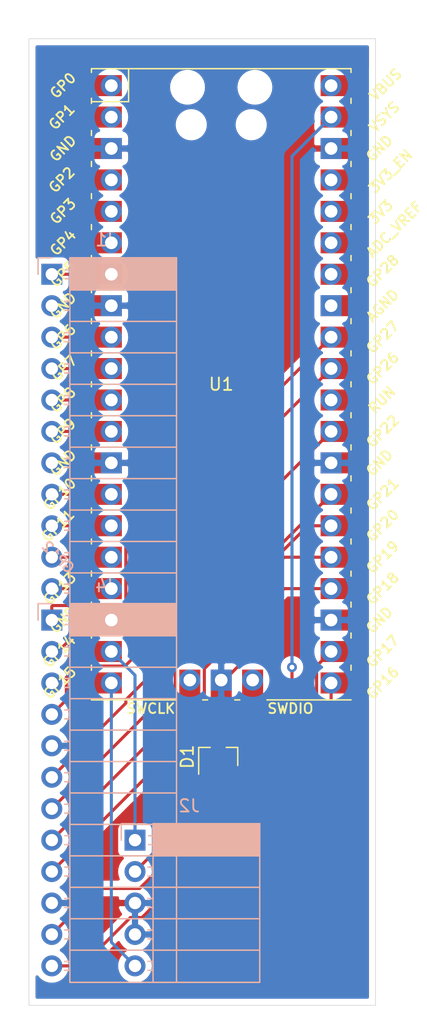
<source format=kicad_pcb>
(kicad_pcb (version 20171130) (host pcbnew "(5.1.4-0-10_14)")

  (general
    (thickness 1.6)
    (drawings 4)
    (tracks 82)
    (zones 0)
    (modules 5)
    (nets 39)
  )

  (page A4)
  (layers
    (0 F.Cu signal)
    (31 B.Cu signal)
    (32 B.Adhes user)
    (33 F.Adhes user)
    (34 B.Paste user)
    (35 F.Paste user)
    (36 B.SilkS user)
    (37 F.SilkS user)
    (38 B.Mask user)
    (39 F.Mask user)
    (40 Dwgs.User user)
    (41 Cmts.User user)
    (42 Eco1.User user)
    (43 Eco2.User user)
    (44 Edge.Cuts user)
    (45 Margin user)
    (46 B.CrtYd user)
    (47 F.CrtYd user)
    (48 B.Fab user)
    (49 F.Fab user)
  )

  (setup
    (last_trace_width 0.25)
    (trace_clearance 0.2)
    (zone_clearance 0.508)
    (zone_45_only no)
    (trace_min 0.2)
    (via_size 0.8)
    (via_drill 0.4)
    (via_min_size 0.4)
    (via_min_drill 0.3)
    (uvia_size 0.3)
    (uvia_drill 0.1)
    (uvias_allowed no)
    (uvia_min_size 0.2)
    (uvia_min_drill 0.1)
    (edge_width 0.05)
    (segment_width 0.2)
    (pcb_text_width 0.3)
    (pcb_text_size 1.5 1.5)
    (mod_edge_width 0.12)
    (mod_text_size 1 1)
    (mod_text_width 0.15)
    (pad_size 1.524 1.524)
    (pad_drill 0.762)
    (pad_to_mask_clearance 0.051)
    (solder_mask_min_width 0.25)
    (aux_axis_origin 0 0)
    (visible_elements FFFFFF7F)
    (pcbplotparams
      (layerselection 0x010fc_ffffffff)
      (usegerberextensions false)
      (usegerberattributes false)
      (usegerberadvancedattributes false)
      (creategerberjobfile false)
      (excludeedgelayer true)
      (linewidth 0.100000)
      (plotframeref false)
      (viasonmask false)
      (mode 1)
      (useauxorigin false)
      (hpglpennumber 1)
      (hpglpenspeed 20)
      (hpglpendiameter 15.000000)
      (psnegative false)
      (psa4output false)
      (plotreference true)
      (plotvalue true)
      (plotinvisibletext false)
      (padsonsilk false)
      (subtractmaskfromsilk false)
      (outputformat 1)
      (mirror false)
      (drillshape 1)
      (scaleselection 1)
      (outputdirectory ""))
  )

  (net 0 "")
  (net 1 +5V)
  (net 2 "Net-(D1-Pad1)")
  (net 3 LED_RIGHT_WHITE)
  (net 4 SW_RIGHT_WHITE)
  (net 5 GND)
  (net 6 SW_RIGHT_YELLOW)
  (net 7 LED_RIGHT_YELLOW)
  (net 8 LED_RIGHT_GREEN)
  (net 9 SW_RIGHT_GREEN)
  (net 10 LED_RIGHT_BLUE)
  (net 11 LED_MIDDLE_RED)
  (net 12 SW_RIGHT_BLUE)
  (net 13 SW_MIDDLE_RED)
  (net 14 LED_LEFT_BLUE)
  (net 15 SW_LEFT_BLUE)
  (net 16 LED_LEG_GREEN)
  (net 17 SW_LEFT_GREEN)
  (net 18 LED_LEFT_YELLOW)
  (net 19 LED_LEFT_WHITE)
  (net 20 SW_LEFT_YELLOW)
  (net 21 SW_LEFT_WHITE)
  (net 22 MAPLE_PIN1)
  (net 23 MAPLE_PIN5)
  (net 24 "Net-(U1-Pad4)")
  (net 25 "Net-(U1-Pad5)")
  (net 26 "Net-(U1-Pad6)")
  (net 27 "Net-(U1-Pad30)")
  (net 28 "Net-(U1-Pad33)")
  (net 29 "Net-(U1-Pad34)")
  (net 30 "Net-(U1-Pad35)")
  (net 31 "Net-(U1-Pad36)")
  (net 32 "Net-(U1-Pad37)")
  (net 33 "Net-(J4-Pad3)")
  (net 34 "Net-(U1-Pad1)")
  (net 35 "Net-(U1-Pad2)")
  (net 36 "Net-(U1-Pad40)")
  (net 37 "Net-(U1-Pad41)")
  (net 38 "Net-(U1-Pad43)")

  (net_class Default "This is the default net class."
    (clearance 0.2)
    (trace_width 0.25)
    (via_dia 0.8)
    (via_drill 0.4)
    (uvia_dia 0.3)
    (uvia_drill 0.1)
    (add_net +5V)
    (add_net GND)
    (add_net LED_LEFT_BLUE)
    (add_net LED_LEFT_WHITE)
    (add_net LED_LEFT_YELLOW)
    (add_net LED_LEG_GREEN)
    (add_net LED_MIDDLE_RED)
    (add_net LED_RIGHT_BLUE)
    (add_net LED_RIGHT_GREEN)
    (add_net LED_RIGHT_WHITE)
    (add_net LED_RIGHT_YELLOW)
    (add_net MAPLE_PIN1)
    (add_net MAPLE_PIN5)
    (add_net "Net-(D1-Pad1)")
    (add_net "Net-(J4-Pad3)")
    (add_net "Net-(U1-Pad1)")
    (add_net "Net-(U1-Pad2)")
    (add_net "Net-(U1-Pad30)")
    (add_net "Net-(U1-Pad33)")
    (add_net "Net-(U1-Pad34)")
    (add_net "Net-(U1-Pad35)")
    (add_net "Net-(U1-Pad36)")
    (add_net "Net-(U1-Pad37)")
    (add_net "Net-(U1-Pad4)")
    (add_net "Net-(U1-Pad40)")
    (add_net "Net-(U1-Pad41)")
    (add_net "Net-(U1-Pad43)")
    (add_net "Net-(U1-Pad5)")
    (add_net "Net-(U1-Pad6)")
    (add_net SW_LEFT_BLUE)
    (add_net SW_LEFT_GREEN)
    (add_net SW_LEFT_WHITE)
    (add_net SW_LEFT_YELLOW)
    (add_net SW_MIDDLE_RED)
    (add_net SW_RIGHT_BLUE)
    (add_net SW_RIGHT_GREEN)
    (add_net SW_RIGHT_WHITE)
    (add_net SW_RIGHT_YELLOW)
  )

  (module Diode_SMD:D_SOT-23_ANK (layer F.Cu) (tedit 587CCEF9) (tstamp 6043F8CD)
    (at 66.04 78.359 90)
    (descr "SOT-23, Single Diode")
    (tags SOT-23)
    (path /6043B0B1)
    (attr smd)
    (fp_text reference D1 (at 0 -2.5 90) (layer F.SilkS)
      (effects (font (size 1 1) (thickness 0.15)))
    )
    (fp_text value D_Schottky (at 0 2.5 90) (layer F.Fab)
      (effects (font (size 1 1) (thickness 0.15)))
    )
    (fp_text user %R (at 0 -2.5 90) (layer F.Fab)
      (effects (font (size 1 1) (thickness 0.15)))
    )
    (fp_line (start -0.15 -0.45) (end -0.4 -0.45) (layer F.Fab) (width 0.1))
    (fp_line (start -0.15 -0.25) (end 0.15 -0.45) (layer F.Fab) (width 0.1))
    (fp_line (start -0.15 -0.65) (end -0.15 -0.25) (layer F.Fab) (width 0.1))
    (fp_line (start 0.15 -0.45) (end -0.15 -0.65) (layer F.Fab) (width 0.1))
    (fp_line (start 0.15 -0.45) (end 0.4 -0.45) (layer F.Fab) (width 0.1))
    (fp_line (start 0.15 -0.65) (end 0.15 -0.25) (layer F.Fab) (width 0.1))
    (fp_line (start 0.76 1.58) (end 0.76 0.65) (layer F.SilkS) (width 0.12))
    (fp_line (start 0.76 -1.58) (end 0.76 -0.65) (layer F.SilkS) (width 0.12))
    (fp_line (start 0.7 -1.52) (end 0.7 1.52) (layer F.Fab) (width 0.1))
    (fp_line (start -0.7 1.52) (end 0.7 1.52) (layer F.Fab) (width 0.1))
    (fp_line (start -1.7 -1.75) (end 1.7 -1.75) (layer F.CrtYd) (width 0.05))
    (fp_line (start 1.7 -1.75) (end 1.7 1.75) (layer F.CrtYd) (width 0.05))
    (fp_line (start 1.7 1.75) (end -1.7 1.75) (layer F.CrtYd) (width 0.05))
    (fp_line (start -1.7 1.75) (end -1.7 -1.75) (layer F.CrtYd) (width 0.05))
    (fp_line (start 0.76 -1.58) (end -1.4 -1.58) (layer F.SilkS) (width 0.12))
    (fp_line (start -0.7 -1.52) (end 0.7 -1.52) (layer F.Fab) (width 0.1))
    (fp_line (start -0.7 -1.52) (end -0.7 1.52) (layer F.Fab) (width 0.1))
    (fp_line (start 0.76 1.58) (end -0.7 1.58) (layer F.SilkS) (width 0.12))
    (pad 2 smd rect (at -1 -0.95 90) (size 0.9 0.8) (layers F.Cu F.Paste F.Mask)
      (net 1 +5V))
    (pad "" smd rect (at -1 0.95 90) (size 0.9 0.8) (layers F.Cu F.Paste F.Mask))
    (pad 1 smd rect (at 1 0 90) (size 0.9 0.8) (layers F.Cu F.Paste F.Mask)
      (net 2 "Net-(D1-Pad1)"))
    (model ${KISYS3DMOD}/Diode_SMD.3dshapes/D_SOT-23.wrl
      (at (xyz 0 0 0))
      (scale (xyz 1 1 1))
      (rotate (xyz 0 0 0))
    )
  )

  (module Connector_PinSocket_2.54mm:PinSocket_1x05_P2.54mm_Horizontal (layer B.Cu) (tedit 5A19A431) (tstamp 60444078)
    (at 59.309 85.09 180)
    (descr "Through hole angled socket strip, 1x05, 2.54mm pitch, 8.51mm socket length, single row (from Kicad 4.0.7), script generated")
    (tags "Through hole angled socket strip THT 1x05 2.54mm single row")
    (path /604464C8)
    (fp_text reference J2 (at -4.38 2.77) (layer B.SilkS)
      (effects (font (size 1 1) (thickness 0.15)) (justify mirror))
    )
    (fp_text value Conn_01x05 (at -4.38 -12.93) (layer B.Fab)
      (effects (font (size 1 1) (thickness 0.15)) (justify mirror))
    )
    (fp_line (start -10.03 1.27) (end -2.49 1.27) (layer B.Fab) (width 0.1))
    (fp_line (start -2.49 1.27) (end -1.52 0.3) (layer B.Fab) (width 0.1))
    (fp_line (start -1.52 0.3) (end -1.52 -11.43) (layer B.Fab) (width 0.1))
    (fp_line (start -1.52 -11.43) (end -10.03 -11.43) (layer B.Fab) (width 0.1))
    (fp_line (start -10.03 -11.43) (end -10.03 1.27) (layer B.Fab) (width 0.1))
    (fp_line (start 0 0.3) (end -1.52 0.3) (layer B.Fab) (width 0.1))
    (fp_line (start -1.52 -0.3) (end 0 -0.3) (layer B.Fab) (width 0.1))
    (fp_line (start 0 -0.3) (end 0 0.3) (layer B.Fab) (width 0.1))
    (fp_line (start 0 -2.24) (end -1.52 -2.24) (layer B.Fab) (width 0.1))
    (fp_line (start -1.52 -2.84) (end 0 -2.84) (layer B.Fab) (width 0.1))
    (fp_line (start 0 -2.84) (end 0 -2.24) (layer B.Fab) (width 0.1))
    (fp_line (start 0 -4.78) (end -1.52 -4.78) (layer B.Fab) (width 0.1))
    (fp_line (start -1.52 -5.38) (end 0 -5.38) (layer B.Fab) (width 0.1))
    (fp_line (start 0 -5.38) (end 0 -4.78) (layer B.Fab) (width 0.1))
    (fp_line (start 0 -7.32) (end -1.52 -7.32) (layer B.Fab) (width 0.1))
    (fp_line (start -1.52 -7.92) (end 0 -7.92) (layer B.Fab) (width 0.1))
    (fp_line (start 0 -7.92) (end 0 -7.32) (layer B.Fab) (width 0.1))
    (fp_line (start 0 -9.86) (end -1.52 -9.86) (layer B.Fab) (width 0.1))
    (fp_line (start -1.52 -10.46) (end 0 -10.46) (layer B.Fab) (width 0.1))
    (fp_line (start 0 -10.46) (end 0 -9.86) (layer B.Fab) (width 0.1))
    (fp_line (start -10.09 1.21) (end -1.46 1.21) (layer B.SilkS) (width 0.12))
    (fp_line (start -10.09 1.091905) (end -1.46 1.091905) (layer B.SilkS) (width 0.12))
    (fp_line (start -10.09 0.97381) (end -1.46 0.97381) (layer B.SilkS) (width 0.12))
    (fp_line (start -10.09 0.855715) (end -1.46 0.855715) (layer B.SilkS) (width 0.12))
    (fp_line (start -10.09 0.73762) (end -1.46 0.73762) (layer B.SilkS) (width 0.12))
    (fp_line (start -10.09 0.619525) (end -1.46 0.619525) (layer B.SilkS) (width 0.12))
    (fp_line (start -10.09 0.50143) (end -1.46 0.50143) (layer B.SilkS) (width 0.12))
    (fp_line (start -10.09 0.383335) (end -1.46 0.383335) (layer B.SilkS) (width 0.12))
    (fp_line (start -10.09 0.26524) (end -1.46 0.26524) (layer B.SilkS) (width 0.12))
    (fp_line (start -10.09 0.147145) (end -1.46 0.147145) (layer B.SilkS) (width 0.12))
    (fp_line (start -10.09 0.02905) (end -1.46 0.02905) (layer B.SilkS) (width 0.12))
    (fp_line (start -10.09 -0.089045) (end -1.46 -0.089045) (layer B.SilkS) (width 0.12))
    (fp_line (start -10.09 -0.20714) (end -1.46 -0.20714) (layer B.SilkS) (width 0.12))
    (fp_line (start -10.09 -0.325235) (end -1.46 -0.325235) (layer B.SilkS) (width 0.12))
    (fp_line (start -10.09 -0.44333) (end -1.46 -0.44333) (layer B.SilkS) (width 0.12))
    (fp_line (start -10.09 -0.561425) (end -1.46 -0.561425) (layer B.SilkS) (width 0.12))
    (fp_line (start -10.09 -0.67952) (end -1.46 -0.67952) (layer B.SilkS) (width 0.12))
    (fp_line (start -10.09 -0.797615) (end -1.46 -0.797615) (layer B.SilkS) (width 0.12))
    (fp_line (start -10.09 -0.91571) (end -1.46 -0.91571) (layer B.SilkS) (width 0.12))
    (fp_line (start -10.09 -1.033805) (end -1.46 -1.033805) (layer B.SilkS) (width 0.12))
    (fp_line (start -10.09 -1.1519) (end -1.46 -1.1519) (layer B.SilkS) (width 0.12))
    (fp_line (start -1.46 0.36) (end -1.11 0.36) (layer B.SilkS) (width 0.12))
    (fp_line (start -1.46 -0.36) (end -1.11 -0.36) (layer B.SilkS) (width 0.12))
    (fp_line (start -1.46 -2.18) (end -1.05 -2.18) (layer B.SilkS) (width 0.12))
    (fp_line (start -1.46 -2.9) (end -1.05 -2.9) (layer B.SilkS) (width 0.12))
    (fp_line (start -1.46 -4.72) (end -1.05 -4.72) (layer B.SilkS) (width 0.12))
    (fp_line (start -1.46 -5.44) (end -1.05 -5.44) (layer B.SilkS) (width 0.12))
    (fp_line (start -1.46 -7.26) (end -1.05 -7.26) (layer B.SilkS) (width 0.12))
    (fp_line (start -1.46 -7.98) (end -1.05 -7.98) (layer B.SilkS) (width 0.12))
    (fp_line (start -1.46 -9.8) (end -1.05 -9.8) (layer B.SilkS) (width 0.12))
    (fp_line (start -1.46 -10.52) (end -1.05 -10.52) (layer B.SilkS) (width 0.12))
    (fp_line (start -10.09 -1.27) (end -1.46 -1.27) (layer B.SilkS) (width 0.12))
    (fp_line (start -10.09 -3.81) (end -1.46 -3.81) (layer B.SilkS) (width 0.12))
    (fp_line (start -10.09 -6.35) (end -1.46 -6.35) (layer B.SilkS) (width 0.12))
    (fp_line (start -10.09 -8.89) (end -1.46 -8.89) (layer B.SilkS) (width 0.12))
    (fp_line (start -10.09 1.33) (end -1.46 1.33) (layer B.SilkS) (width 0.12))
    (fp_line (start -1.46 1.33) (end -1.46 -11.49) (layer B.SilkS) (width 0.12))
    (fp_line (start -10.09 -11.49) (end -1.46 -11.49) (layer B.SilkS) (width 0.12))
    (fp_line (start -10.09 1.33) (end -10.09 -11.49) (layer B.SilkS) (width 0.12))
    (fp_line (start 1.11 1.33) (end 1.11 0) (layer B.SilkS) (width 0.12))
    (fp_line (start 0 1.33) (end 1.11 1.33) (layer B.SilkS) (width 0.12))
    (fp_line (start 1.75 1.75) (end -10.55 1.75) (layer B.CrtYd) (width 0.05))
    (fp_line (start -10.55 1.75) (end -10.55 -11.95) (layer B.CrtYd) (width 0.05))
    (fp_line (start -10.55 -11.95) (end 1.75 -11.95) (layer B.CrtYd) (width 0.05))
    (fp_line (start 1.75 -11.95) (end 1.75 1.75) (layer B.CrtYd) (width 0.05))
    (fp_text user %R (at -5.775 -5.08 -90) (layer B.Fab)
      (effects (font (size 1 1) (thickness 0.15)) (justify mirror))
    )
    (pad 1 thru_hole rect (at 0 0 180) (size 1.7 1.7) (drill 1) (layers *.Cu *.Mask)
      (net 22 MAPLE_PIN1))
    (pad 2 thru_hole oval (at 0 -2.54 180) (size 1.7 1.7) (drill 1) (layers *.Cu *.Mask)
      (net 1 +5V))
    (pad 3 thru_hole oval (at 0 -5.08 180) (size 1.7 1.7) (drill 1) (layers *.Cu *.Mask)
      (net 5 GND))
    (pad 4 thru_hole oval (at 0 -7.62 180) (size 1.7 1.7) (drill 1) (layers *.Cu *.Mask)
      (net 5 GND))
    (pad 5 thru_hole oval (at 0 -10.16 180) (size 1.7 1.7) (drill 1) (layers *.Cu *.Mask)
      (net 23 MAPLE_PIN5))
    (model ${KISYS3DMOD}/Connector_PinSocket_2.54mm.3dshapes/PinSocket_1x05_P2.54mm_Horizontal.wrl
      (at (xyz 0 0 0))
      (scale (xyz 1 1 1))
      (rotate (xyz 0 0 0))
    )
  )

  (module MCU_RaspberryPi_and_Boards:RPi_Pico_SMD_TH (layer F.Cu) (tedit 5F638C80) (tstamp 60444878)
    (at 66.28384 48.26)
    (descr "Through hole straight pin header, 2x20, 2.54mm pitch, double rows")
    (tags "Through hole pin header THT 2x20 2.54mm double row")
    (path /6043939A)
    (fp_text reference U1 (at 0 0) (layer F.SilkS)
      (effects (font (size 1 1) (thickness 0.15)))
    )
    (fp_text value Pico (at 0 2.159) (layer F.Fab)
      (effects (font (size 1 1) (thickness 0.15)))
    )
    (fp_line (start 1.1 25.5) (end 1.5 25.5) (layer F.SilkS) (width 0.12))
    (fp_line (start -1.5 25.5) (end -1.1 25.5) (layer F.SilkS) (width 0.12))
    (fp_line (start 10.5 25.5) (end 3.7 25.5) (layer F.SilkS) (width 0.12))
    (fp_line (start 10.5 15.1) (end 10.5 15.5) (layer F.SilkS) (width 0.12))
    (fp_line (start 10.5 7.4) (end 10.5 7.8) (layer F.SilkS) (width 0.12))
    (fp_line (start 10.5 -18) (end 10.5 -17.6) (layer F.SilkS) (width 0.12))
    (fp_line (start 10.5 -25.5) (end 10.5 -25.2) (layer F.SilkS) (width 0.12))
    (fp_line (start 10.5 -2.7) (end 10.5 -2.3) (layer F.SilkS) (width 0.12))
    (fp_line (start 10.5 12.5) (end 10.5 12.9) (layer F.SilkS) (width 0.12))
    (fp_line (start 10.5 -7.8) (end 10.5 -7.4) (layer F.SilkS) (width 0.12))
    (fp_line (start 10.5 -12.9) (end 10.5 -12.5) (layer F.SilkS) (width 0.12))
    (fp_line (start 10.5 -0.2) (end 10.5 0.2) (layer F.SilkS) (width 0.12))
    (fp_line (start 10.5 4.9) (end 10.5 5.3) (layer F.SilkS) (width 0.12))
    (fp_line (start 10.5 20.1) (end 10.5 20.5) (layer F.SilkS) (width 0.12))
    (fp_line (start 10.5 22.7) (end 10.5 23.1) (layer F.SilkS) (width 0.12))
    (fp_line (start 10.5 17.6) (end 10.5 18) (layer F.SilkS) (width 0.12))
    (fp_line (start 10.5 -15.4) (end 10.5 -15) (layer F.SilkS) (width 0.12))
    (fp_line (start 10.5 -23.1) (end 10.5 -22.7) (layer F.SilkS) (width 0.12))
    (fp_line (start 10.5 -20.5) (end 10.5 -20.1) (layer F.SilkS) (width 0.12))
    (fp_line (start 10.5 10) (end 10.5 10.4) (layer F.SilkS) (width 0.12))
    (fp_line (start 10.5 2.3) (end 10.5 2.7) (layer F.SilkS) (width 0.12))
    (fp_line (start 10.5 -5.3) (end 10.5 -4.9) (layer F.SilkS) (width 0.12))
    (fp_line (start 10.5 -10.4) (end 10.5 -10) (layer F.SilkS) (width 0.12))
    (fp_line (start -10.5 22.7) (end -10.5 23.1) (layer F.SilkS) (width 0.12))
    (fp_line (start -10.5 20.1) (end -10.5 20.5) (layer F.SilkS) (width 0.12))
    (fp_line (start -10.5 17.6) (end -10.5 18) (layer F.SilkS) (width 0.12))
    (fp_line (start -10.5 15.1) (end -10.5 15.5) (layer F.SilkS) (width 0.12))
    (fp_line (start -10.5 12.5) (end -10.5 12.9) (layer F.SilkS) (width 0.12))
    (fp_line (start -10.5 10) (end -10.5 10.4) (layer F.SilkS) (width 0.12))
    (fp_line (start -10.5 7.4) (end -10.5 7.8) (layer F.SilkS) (width 0.12))
    (fp_line (start -10.5 4.9) (end -10.5 5.3) (layer F.SilkS) (width 0.12))
    (fp_line (start -10.5 2.3) (end -10.5 2.7) (layer F.SilkS) (width 0.12))
    (fp_line (start -10.5 -0.2) (end -10.5 0.2) (layer F.SilkS) (width 0.12))
    (fp_line (start -10.5 -2.7) (end -10.5 -2.3) (layer F.SilkS) (width 0.12))
    (fp_line (start -10.5 -5.3) (end -10.5 -4.9) (layer F.SilkS) (width 0.12))
    (fp_line (start -10.5 -7.8) (end -10.5 -7.4) (layer F.SilkS) (width 0.12))
    (fp_line (start -10.5 -10.4) (end -10.5 -10) (layer F.SilkS) (width 0.12))
    (fp_line (start -10.5 -12.9) (end -10.5 -12.5) (layer F.SilkS) (width 0.12))
    (fp_line (start -10.5 -15.4) (end -10.5 -15) (layer F.SilkS) (width 0.12))
    (fp_line (start -10.5 -18) (end -10.5 -17.6) (layer F.SilkS) (width 0.12))
    (fp_line (start -10.5 -20.5) (end -10.5 -20.1) (layer F.SilkS) (width 0.12))
    (fp_line (start -10.5 -23.1) (end -10.5 -22.7) (layer F.SilkS) (width 0.12))
    (fp_line (start -10.5 -25.5) (end -10.5 -25.2) (layer F.SilkS) (width 0.12))
    (fp_line (start -7.493 -22.833) (end -7.493 -25.5) (layer F.SilkS) (width 0.12))
    (fp_line (start -10.5 -22.833) (end -7.493 -22.833) (layer F.SilkS) (width 0.12))
    (fp_line (start -3.7 25.5) (end -10.5 25.5) (layer F.SilkS) (width 0.12))
    (fp_line (start -10.5 -25.5) (end 10.5 -25.5) (layer F.SilkS) (width 0.12))
    (fp_line (start -11 26) (end -11 -26) (layer F.CrtYd) (width 0.12))
    (fp_line (start 11 26) (end -11 26) (layer F.CrtYd) (width 0.12))
    (fp_line (start 11 -26) (end 11 26) (layer F.CrtYd) (width 0.12))
    (fp_line (start -11 -26) (end 11 -26) (layer F.CrtYd) (width 0.12))
    (fp_line (start -10.5 -24.2) (end -9.2 -25.5) (layer F.Fab) (width 0.12))
    (fp_line (start -10.5 25.5) (end -10.5 -25.5) (layer F.Fab) (width 0.12))
    (fp_line (start 10.5 25.5) (end -10.5 25.5) (layer F.Fab) (width 0.12))
    (fp_line (start 10.5 -25.5) (end 10.5 25.5) (layer F.Fab) (width 0.12))
    (fp_line (start -10.5 -25.5) (end 10.5 -25.5) (layer F.Fab) (width 0.12))
    (fp_text user %R (at 0 0 180) (layer F.Fab)
      (effects (font (size 1 1) (thickness 0.15)))
    )
    (fp_text user GP1 (at -12.9 -21.6 45) (layer F.SilkS)
      (effects (font (size 0.8 0.8) (thickness 0.15)))
    )
    (fp_text user GP2 (at -12.9 -16.51 45) (layer F.SilkS)
      (effects (font (size 0.8 0.8) (thickness 0.15)))
    )
    (fp_text user GP0 (at -12.8 -24.13 45) (layer F.SilkS)
      (effects (font (size 0.8 0.8) (thickness 0.15)))
    )
    (fp_text user GP3 (at -12.8 -13.97 45) (layer F.SilkS)
      (effects (font (size 0.8 0.8) (thickness 0.15)))
    )
    (fp_text user GP4 (at -12.8 -11.43 45) (layer F.SilkS)
      (effects (font (size 0.8 0.8) (thickness 0.15)))
    )
    (fp_text user GP5 (at -12.8 -8.89 45) (layer F.SilkS)
      (effects (font (size 0.8 0.8) (thickness 0.15)))
    )
    (fp_text user GP6 (at -12.8 -3.81 45) (layer F.SilkS)
      (effects (font (size 0.8 0.8) (thickness 0.15)))
    )
    (fp_text user GP7 (at -12.7 -1.3 45) (layer F.SilkS)
      (effects (font (size 0.8 0.8) (thickness 0.15)))
    )
    (fp_text user GP8 (at -12.8 1.27 45) (layer F.SilkS)
      (effects (font (size 0.8 0.8) (thickness 0.15)))
    )
    (fp_text user GP9 (at -12.8 3.81 45) (layer F.SilkS)
      (effects (font (size 0.8 0.8) (thickness 0.15)))
    )
    (fp_text user GP10 (at -13.054 8.89 45) (layer F.SilkS)
      (effects (font (size 0.8 0.8) (thickness 0.15)))
    )
    (fp_text user GP11 (at -13.2 11.43 45) (layer F.SilkS)
      (effects (font (size 0.8 0.8) (thickness 0.15)))
    )
    (fp_text user GP12 (at -13.2 13.97 -45) (layer B.SilkS)
      (effects (font (size 0.8 0.8) (thickness 0.15)) (justify mirror))
    )
    (fp_text user GP13 (at -13.054 16.51 45) (layer F.SilkS)
      (effects (font (size 0.8 0.8) (thickness 0.15)))
    )
    (fp_text user GP14 (at -13.1 21.59 45) (layer F.SilkS)
      (effects (font (size 0.8 0.8) (thickness 0.15)))
    )
    (fp_text user GP15 (at -13.054 24.13 45) (layer F.SilkS)
      (effects (font (size 0.8 0.8) (thickness 0.15)))
    )
    (fp_text user GP16 (at 13.054 24.13 45) (layer F.SilkS)
      (effects (font (size 0.8 0.8) (thickness 0.15)))
    )
    (fp_text user GP17 (at 13.054 21.59 45) (layer F.SilkS)
      (effects (font (size 0.8 0.8) (thickness 0.15)))
    )
    (fp_text user GP18 (at 13.054 16.51 45) (layer F.SilkS)
      (effects (font (size 0.8 0.8) (thickness 0.15)))
    )
    (fp_text user GP19 (at 13.054 13.97 45) (layer F.SilkS)
      (effects (font (size 0.8 0.8) (thickness 0.15)))
    )
    (fp_text user GP20 (at 13.054 11.43 45) (layer F.SilkS)
      (effects (font (size 0.8 0.8) (thickness 0.15)))
    )
    (fp_text user GP21 (at 13.054 8.9 45) (layer F.SilkS)
      (effects (font (size 0.8 0.8) (thickness 0.15)))
    )
    (fp_text user GP22 (at 13.054 3.81 45) (layer F.SilkS)
      (effects (font (size 0.8 0.8) (thickness 0.15)))
    )
    (fp_text user RUN (at 13 1.27 45) (layer F.SilkS)
      (effects (font (size 0.8 0.8) (thickness 0.15)))
    )
    (fp_text user GP26 (at 13.054 -1.27 45) (layer F.SilkS)
      (effects (font (size 0.8 0.8) (thickness 0.15)))
    )
    (fp_text user GP27 (at 13.054 -3.8 45) (layer F.SilkS)
      (effects (font (size 0.8 0.8) (thickness 0.15)))
    )
    (fp_text user GP28 (at 13.054 -9.144 45) (layer F.SilkS)
      (effects (font (size 0.8 0.8) (thickness 0.15)))
    )
    (fp_text user ADC_VREF (at 14 -12.5 45) (layer F.SilkS)
      (effects (font (size 0.8 0.8) (thickness 0.15)))
    )
    (fp_text user 3V3 (at 12.9 -13.9 45) (layer F.SilkS)
      (effects (font (size 0.8 0.8) (thickness 0.15)))
    )
    (fp_text user 3V3_EN (at 13.7 -17.2 45) (layer F.SilkS)
      (effects (font (size 0.8 0.8) (thickness 0.15)))
    )
    (fp_text user VSYS (at 13.2 -21.59 45) (layer F.SilkS)
      (effects (font (size 0.8 0.8) (thickness 0.15)))
    )
    (fp_text user VBUS (at 13.3 -24.2 45) (layer F.SilkS)
      (effects (font (size 0.8 0.8) (thickness 0.15)))
    )
    (fp_text user GND (at -12.8 -19.05 45) (layer F.SilkS)
      (effects (font (size 0.8 0.8) (thickness 0.15)))
    )
    (fp_text user GND (at -12.8 -6.35 45) (layer F.SilkS)
      (effects (font (size 0.8 0.8) (thickness 0.15)))
    )
    (fp_text user GND (at -12.8 6.35 45) (layer F.SilkS)
      (effects (font (size 0.8 0.8) (thickness 0.15)))
    )
    (fp_text user GND (at -12.8 19.05 45) (layer F.SilkS)
      (effects (font (size 0.8 0.8) (thickness 0.15)))
    )
    (fp_text user GND (at 12.8 19.05 45) (layer F.SilkS)
      (effects (font (size 0.8 0.8) (thickness 0.15)))
    )
    (fp_text user GND (at 12.8 6.35 45) (layer F.SilkS)
      (effects (font (size 0.8 0.8) (thickness 0.15)))
    )
    (fp_text user GND (at 12.8 -19.05 45) (layer F.SilkS)
      (effects (font (size 0.8 0.8) (thickness 0.15)))
    )
    (fp_text user AGND (at 13.054 -6.35 45) (layer F.SilkS)
      (effects (font (size 0.8 0.8) (thickness 0.15)))
    )
    (fp_text user SWCLK (at -5.7 26.2) (layer F.SilkS)
      (effects (font (size 0.8 0.8) (thickness 0.15)))
    )
    (fp_text user SWDIO (at 5.6 26.2) (layer F.SilkS)
      (effects (font (size 0.8 0.8) (thickness 0.15)))
    )
    (fp_poly (pts (xy -1.5 -16.5) (xy -3.5 -16.5) (xy -3.5 -18.5) (xy -1.5 -18.5)) (layer Dwgs.User) (width 0.1))
    (fp_poly (pts (xy -1.5 -14) (xy -3.5 -14) (xy -3.5 -16) (xy -1.5 -16)) (layer Dwgs.User) (width 0.1))
    (fp_poly (pts (xy -1.5 -11.5) (xy -3.5 -11.5) (xy -3.5 -13.5) (xy -1.5 -13.5)) (layer Dwgs.User) (width 0.1))
    (fp_poly (pts (xy 3.7 -20.2) (xy -3.7 -20.2) (xy -3.7 -24.9) (xy 3.7 -24.9)) (layer Dwgs.User) (width 0.1))
    (fp_text user "Copper Keepouts shown on Dwgs layer" (at 0.1 -30.2) (layer Cmts.User)
      (effects (font (size 1 1) (thickness 0.15)))
    )
    (pad 1 thru_hole oval (at -8.89 -24.13) (size 1.7 1.7) (drill 1.02) (layers *.Cu *.Mask)
      (net 34 "Net-(U1-Pad1)"))
    (pad 2 thru_hole oval (at -8.89 -21.59) (size 1.7 1.7) (drill 1.02) (layers *.Cu *.Mask)
      (net 35 "Net-(U1-Pad2)"))
    (pad 3 thru_hole rect (at -8.89 -19.05) (size 1.7 1.7) (drill 1.02) (layers *.Cu *.Mask)
      (net 5 GND))
    (pad 4 thru_hole oval (at -8.89 -16.51) (size 1.7 1.7) (drill 1.02) (layers *.Cu *.Mask)
      (net 24 "Net-(U1-Pad4)"))
    (pad 5 thru_hole oval (at -8.89 -13.97) (size 1.7 1.7) (drill 1.02) (layers *.Cu *.Mask)
      (net 25 "Net-(U1-Pad5)"))
    (pad 6 thru_hole oval (at -8.89 -11.43) (size 1.7 1.7) (drill 1.02) (layers *.Cu *.Mask)
      (net 26 "Net-(U1-Pad6)"))
    (pad 7 thru_hole oval (at -8.89 -8.89) (size 1.7 1.7) (drill 1.02) (layers *.Cu *.Mask)
      (net 3 LED_RIGHT_WHITE))
    (pad 8 thru_hole rect (at -8.89 -6.35) (size 1.7 1.7) (drill 1.02) (layers *.Cu *.Mask)
      (net 5 GND))
    (pad 9 thru_hole oval (at -8.89 -3.81) (size 1.7 1.7) (drill 1.02) (layers *.Cu *.Mask)
      (net 7 LED_RIGHT_YELLOW))
    (pad 10 thru_hole oval (at -8.89 -1.27) (size 1.7 1.7) (drill 1.02) (layers *.Cu *.Mask)
      (net 8 LED_RIGHT_GREEN))
    (pad 11 thru_hole oval (at -8.89 1.27) (size 1.7 1.7) (drill 1.02) (layers *.Cu *.Mask)
      (net 10 LED_RIGHT_BLUE))
    (pad 12 thru_hole oval (at -8.89 3.81) (size 1.7 1.7) (drill 1.02) (layers *.Cu *.Mask)
      (net 11 LED_MIDDLE_RED))
    (pad 13 thru_hole rect (at -8.89 6.35) (size 1.7 1.7) (drill 1.02) (layers *.Cu *.Mask)
      (net 5 GND))
    (pad 14 thru_hole oval (at -8.89 8.89) (size 1.7 1.7) (drill 1.02) (layers *.Cu *.Mask)
      (net 14 LED_LEFT_BLUE))
    (pad 15 thru_hole oval (at -8.89 11.43) (size 1.7 1.7) (drill 1.02) (layers *.Cu *.Mask)
      (net 16 LED_LEG_GREEN))
    (pad 16 thru_hole oval (at -8.89 13.97) (size 1.7 1.7) (drill 1.02) (layers *.Cu *.Mask)
      (net 18 LED_LEFT_YELLOW))
    (pad 17 thru_hole oval (at -8.89 16.51) (size 1.7 1.7) (drill 1.02) (layers *.Cu *.Mask)
      (net 19 LED_LEFT_WHITE))
    (pad 18 thru_hole rect (at -8.89 19.05) (size 1.7 1.7) (drill 1.02) (layers *.Cu *.Mask)
      (net 5 GND))
    (pad 19 thru_hole oval (at -8.89 21.59) (size 1.7 1.7) (drill 1.02) (layers *.Cu *.Mask)
      (net 22 MAPLE_PIN1))
    (pad 20 thru_hole oval (at -8.89 24.13) (size 1.7 1.7) (drill 1.02) (layers *.Cu *.Mask)
      (net 23 MAPLE_PIN5))
    (pad 21 thru_hole oval (at 8.89 24.13) (size 1.7 1.7) (drill 1.02) (layers *.Cu *.Mask)
      (net 21 SW_LEFT_WHITE))
    (pad 22 thru_hole oval (at 8.89 21.59) (size 1.7 1.7) (drill 1.02) (layers *.Cu *.Mask)
      (net 20 SW_LEFT_YELLOW))
    (pad 23 thru_hole rect (at 8.89 19.05) (size 1.7 1.7) (drill 1.02) (layers *.Cu *.Mask)
      (net 5 GND))
    (pad 24 thru_hole oval (at 8.89 16.51) (size 1.7 1.7) (drill 1.02) (layers *.Cu *.Mask)
      (net 17 SW_LEFT_GREEN))
    (pad 25 thru_hole oval (at 8.89 13.97) (size 1.7 1.7) (drill 1.02) (layers *.Cu *.Mask)
      (net 15 SW_LEFT_BLUE))
    (pad 26 thru_hole oval (at 8.89 11.43) (size 1.7 1.7) (drill 1.02) (layers *.Cu *.Mask)
      (net 13 SW_MIDDLE_RED))
    (pad 27 thru_hole oval (at 8.89 8.89) (size 1.7 1.7) (drill 1.02) (layers *.Cu *.Mask)
      (net 12 SW_RIGHT_BLUE))
    (pad 28 thru_hole rect (at 8.89 6.35) (size 1.7 1.7) (drill 1.02) (layers *.Cu *.Mask)
      (net 5 GND))
    (pad 29 thru_hole oval (at 8.89 3.81) (size 1.7 1.7) (drill 1.02) (layers *.Cu *.Mask)
      (net 9 SW_RIGHT_GREEN))
    (pad 30 thru_hole oval (at 8.89 1.27) (size 1.7 1.7) (drill 1.02) (layers *.Cu *.Mask)
      (net 27 "Net-(U1-Pad30)"))
    (pad 31 thru_hole oval (at 8.89 -1.27) (size 1.7 1.7) (drill 1.02) (layers *.Cu *.Mask)
      (net 6 SW_RIGHT_YELLOW))
    (pad 32 thru_hole oval (at 8.89 -3.81) (size 1.7 1.7) (drill 1.02) (layers *.Cu *.Mask)
      (net 4 SW_RIGHT_WHITE))
    (pad 33 thru_hole rect (at 8.89 -6.35) (size 1.7 1.7) (drill 1.02) (layers *.Cu *.Mask)
      (net 28 "Net-(U1-Pad33)"))
    (pad 34 thru_hole oval (at 8.89 -8.89) (size 1.7 1.7) (drill 1.02) (layers *.Cu *.Mask)
      (net 29 "Net-(U1-Pad34)"))
    (pad 35 thru_hole oval (at 8.89 -11.43) (size 1.7 1.7) (drill 1.02) (layers *.Cu *.Mask)
      (net 30 "Net-(U1-Pad35)"))
    (pad 36 thru_hole oval (at 8.89 -13.97) (size 1.7 1.7) (drill 1.02) (layers *.Cu *.Mask)
      (net 31 "Net-(U1-Pad36)"))
    (pad 37 thru_hole oval (at 8.89 -16.51) (size 1.7 1.7) (drill 1.02) (layers *.Cu *.Mask)
      (net 32 "Net-(U1-Pad37)"))
    (pad 38 thru_hole rect (at 8.89 -19.05) (size 1.7 1.7) (drill 1.02) (layers *.Cu *.Mask)
      (net 5 GND))
    (pad 39 thru_hole oval (at 8.89 -21.59) (size 1.7 1.7) (drill 1.02) (layers *.Cu *.Mask)
      (net 2 "Net-(D1-Pad1)"))
    (pad 40 thru_hole oval (at 8.89 -24.13) (size 1.7 1.7) (drill 1.02) (layers *.Cu *.Mask)
      (net 36 "Net-(U1-Pad40)"))
    (pad 1 smd rect (at -8.89 -24.13) (size 3.5 1.7) (drill (offset -0.9 0)) (layers F.Cu F.Mask)
      (net 34 "Net-(U1-Pad1)"))
    (pad 2 smd rect (at -8.89 -21.59) (size 3.5 1.7) (drill (offset -0.9 0)) (layers F.Cu F.Mask)
      (net 35 "Net-(U1-Pad2)"))
    (pad 3 smd rect (at -8.89 -19.05) (size 3.5 1.7) (drill (offset -0.9 0)) (layers F.Cu F.Mask)
      (net 5 GND))
    (pad 4 smd rect (at -8.89 -16.51) (size 3.5 1.7) (drill (offset -0.9 0)) (layers F.Cu F.Mask)
      (net 24 "Net-(U1-Pad4)"))
    (pad 5 smd rect (at -8.89 -13.97) (size 3.5 1.7) (drill (offset -0.9 0)) (layers F.Cu F.Mask)
      (net 25 "Net-(U1-Pad5)"))
    (pad 6 smd rect (at -8.89 -11.43) (size 3.5 1.7) (drill (offset -0.9 0)) (layers F.Cu F.Mask)
      (net 26 "Net-(U1-Pad6)"))
    (pad 7 smd rect (at -8.89 -8.89) (size 3.5 1.7) (drill (offset -0.9 0)) (layers F.Cu F.Mask)
      (net 3 LED_RIGHT_WHITE))
    (pad 8 smd rect (at -8.89 -6.35) (size 3.5 1.7) (drill (offset -0.9 0)) (layers F.Cu F.Mask)
      (net 5 GND))
    (pad 9 smd rect (at -8.89 -3.81) (size 3.5 1.7) (drill (offset -0.9 0)) (layers F.Cu F.Mask)
      (net 7 LED_RIGHT_YELLOW))
    (pad 10 smd rect (at -8.89 -1.27) (size 3.5 1.7) (drill (offset -0.9 0)) (layers F.Cu F.Mask)
      (net 8 LED_RIGHT_GREEN))
    (pad 11 smd rect (at -8.89 1.27) (size 3.5 1.7) (drill (offset -0.9 0)) (layers F.Cu F.Mask)
      (net 10 LED_RIGHT_BLUE))
    (pad 12 smd rect (at -8.89 3.81) (size 3.5 1.7) (drill (offset -0.9 0)) (layers F.Cu F.Mask)
      (net 11 LED_MIDDLE_RED))
    (pad 13 smd rect (at -8.89 6.35) (size 3.5 1.7) (drill (offset -0.9 0)) (layers F.Cu F.Mask)
      (net 5 GND))
    (pad 14 smd rect (at -8.89 8.89) (size 3.5 1.7) (drill (offset -0.9 0)) (layers F.Cu F.Mask)
      (net 14 LED_LEFT_BLUE))
    (pad 15 smd rect (at -8.89 11.43) (size 3.5 1.7) (drill (offset -0.9 0)) (layers F.Cu F.Mask)
      (net 16 LED_LEG_GREEN))
    (pad 16 smd rect (at -8.89 13.97) (size 3.5 1.7) (drill (offset -0.9 0)) (layers F.Cu F.Mask)
      (net 18 LED_LEFT_YELLOW))
    (pad 17 smd rect (at -8.89 16.51) (size 3.5 1.7) (drill (offset -0.9 0)) (layers F.Cu F.Mask)
      (net 19 LED_LEFT_WHITE))
    (pad 18 smd rect (at -8.89 19.05) (size 3.5 1.7) (drill (offset -0.9 0)) (layers F.Cu F.Mask)
      (net 5 GND))
    (pad 19 smd rect (at -8.89 21.59) (size 3.5 1.7) (drill (offset -0.9 0)) (layers F.Cu F.Mask)
      (net 22 MAPLE_PIN1))
    (pad 20 smd rect (at -8.89 24.13) (size 3.5 1.7) (drill (offset -0.9 0)) (layers F.Cu F.Mask)
      (net 23 MAPLE_PIN5))
    (pad 40 smd rect (at 8.89 -24.13) (size 3.5 1.7) (drill (offset 0.9 0)) (layers F.Cu F.Mask)
      (net 36 "Net-(U1-Pad40)"))
    (pad 39 smd rect (at 8.89 -21.59) (size 3.5 1.7) (drill (offset 0.9 0)) (layers F.Cu F.Mask)
      (net 2 "Net-(D1-Pad1)"))
    (pad 38 smd rect (at 8.89 -19.05) (size 3.5 1.7) (drill (offset 0.9 0)) (layers F.Cu F.Mask)
      (net 5 GND))
    (pad 37 smd rect (at 8.89 -16.51) (size 3.5 1.7) (drill (offset 0.9 0)) (layers F.Cu F.Mask)
      (net 32 "Net-(U1-Pad37)"))
    (pad 36 smd rect (at 8.89 -13.97) (size 3.5 1.7) (drill (offset 0.9 0)) (layers F.Cu F.Mask)
      (net 31 "Net-(U1-Pad36)"))
    (pad 35 smd rect (at 8.89 -11.43) (size 3.5 1.7) (drill (offset 0.9 0)) (layers F.Cu F.Mask)
      (net 30 "Net-(U1-Pad35)"))
    (pad 34 smd rect (at 8.89 -8.89) (size 3.5 1.7) (drill (offset 0.9 0)) (layers F.Cu F.Mask)
      (net 29 "Net-(U1-Pad34)"))
    (pad 33 smd rect (at 8.89 -6.35) (size 3.5 1.7) (drill (offset 0.9 0)) (layers F.Cu F.Mask)
      (net 28 "Net-(U1-Pad33)"))
    (pad 32 smd rect (at 8.89 -3.81) (size 3.5 1.7) (drill (offset 0.9 0)) (layers F.Cu F.Mask)
      (net 4 SW_RIGHT_WHITE))
    (pad 31 smd rect (at 8.89 -1.27) (size 3.5 1.7) (drill (offset 0.9 0)) (layers F.Cu F.Mask)
      (net 6 SW_RIGHT_YELLOW))
    (pad 30 smd rect (at 8.89 1.27) (size 3.5 1.7) (drill (offset 0.9 0)) (layers F.Cu F.Mask)
      (net 27 "Net-(U1-Pad30)"))
    (pad 29 smd rect (at 8.89 3.81) (size 3.5 1.7) (drill (offset 0.9 0)) (layers F.Cu F.Mask)
      (net 9 SW_RIGHT_GREEN))
    (pad 28 smd rect (at 8.89 6.35) (size 3.5 1.7) (drill (offset 0.9 0)) (layers F.Cu F.Mask)
      (net 5 GND))
    (pad 27 smd rect (at 8.89 8.89) (size 3.5 1.7) (drill (offset 0.9 0)) (layers F.Cu F.Mask)
      (net 12 SW_RIGHT_BLUE))
    (pad 26 smd rect (at 8.89 11.43) (size 3.5 1.7) (drill (offset 0.9 0)) (layers F.Cu F.Mask)
      (net 13 SW_MIDDLE_RED))
    (pad 25 smd rect (at 8.89 13.97) (size 3.5 1.7) (drill (offset 0.9 0)) (layers F.Cu F.Mask)
      (net 15 SW_LEFT_BLUE))
    (pad 24 smd rect (at 8.89 16.51) (size 3.5 1.7) (drill (offset 0.9 0)) (layers F.Cu F.Mask)
      (net 17 SW_LEFT_GREEN))
    (pad 23 smd rect (at 8.89 19.05) (size 3.5 1.7) (drill (offset 0.9 0)) (layers F.Cu F.Mask)
      (net 5 GND))
    (pad 22 smd rect (at 8.89 21.59) (size 3.5 1.7) (drill (offset 0.9 0)) (layers F.Cu F.Mask)
      (net 20 SW_LEFT_YELLOW))
    (pad 21 smd rect (at 8.89 24.13) (size 3.5 1.7) (drill (offset 0.9 0)) (layers F.Cu F.Mask)
      (net 21 SW_LEFT_WHITE))
    (pad "" np_thru_hole oval (at -2.725 -24) (size 1.8 1.8) (drill 1.8) (layers *.Cu *.Mask))
    (pad "" np_thru_hole oval (at 2.725 -24) (size 1.8 1.8) (drill 1.8) (layers *.Cu *.Mask))
    (pad "" np_thru_hole oval (at -2.425 -20.97) (size 1.5 1.5) (drill 1.5) (layers *.Cu *.Mask))
    (pad "" np_thru_hole oval (at 2.425 -20.97) (size 1.5 1.5) (drill 1.5) (layers *.Cu *.Mask))
    (pad 41 smd rect (at -2.54 23.9 90) (size 3.5 1.7) (drill (offset -0.9 0)) (layers F.Cu F.Mask)
      (net 37 "Net-(U1-Pad41)"))
    (pad 41 thru_hole oval (at -2.54 23.9) (size 1.7 1.7) (drill 1.02) (layers *.Cu *.Mask)
      (net 37 "Net-(U1-Pad41)"))
    (pad 42 smd rect (at 0 23.9 90) (size 3.5 1.7) (drill (offset -0.9 0)) (layers F.Cu F.Mask)
      (net 5 GND))
    (pad 42 thru_hole rect (at 0 23.9) (size 1.7 1.7) (drill 1.02) (layers *.Cu *.Mask)
      (net 5 GND))
    (pad 43 smd rect (at 2.54 23.9 90) (size 3.5 1.7) (drill (offset -0.9 0)) (layers F.Cu F.Mask)
      (net 38 "Net-(U1-Pad43)"))
    (pad 43 thru_hole oval (at 2.54 23.9) (size 1.7 1.7) (drill 1.02) (layers *.Cu *.Mask)
      (net 38 "Net-(U1-Pad43)"))
  )

  (module Connector_PinSocket_2.54mm:PinSocket_1x11_P2.54mm_Horizontal (layer B.Cu) (tedit 5A19A41D) (tstamp 604425AE)
    (at 52.578 39.37 180)
    (descr "Through hole angled socket strip, 1x11, 2.54mm pitch, 8.51mm socket length, single row (from Kicad 4.0.7), script generated")
    (tags "Through hole angled socket strip THT 1x11 2.54mm single row")
    (path /60461681)
    (fp_text reference J1 (at -4.38 2.77) (layer B.SilkS)
      (effects (font (size 1 1) (thickness 0.15)) (justify mirror))
    )
    (fp_text value Conn_01x11 (at -4.38 -28.17) (layer B.Fab)
      (effects (font (size 1 1) (thickness 0.15)) (justify mirror))
    )
    (fp_line (start -10.03 1.27) (end -2.49 1.27) (layer B.Fab) (width 0.1))
    (fp_line (start -2.49 1.27) (end -1.52 0.3) (layer B.Fab) (width 0.1))
    (fp_line (start -1.52 0.3) (end -1.52 -26.67) (layer B.Fab) (width 0.1))
    (fp_line (start -1.52 -26.67) (end -10.03 -26.67) (layer B.Fab) (width 0.1))
    (fp_line (start -10.03 -26.67) (end -10.03 1.27) (layer B.Fab) (width 0.1))
    (fp_line (start 0 0.3) (end -1.52 0.3) (layer B.Fab) (width 0.1))
    (fp_line (start -1.52 -0.3) (end 0 -0.3) (layer B.Fab) (width 0.1))
    (fp_line (start 0 -0.3) (end 0 0.3) (layer B.Fab) (width 0.1))
    (fp_line (start 0 -2.24) (end -1.52 -2.24) (layer B.Fab) (width 0.1))
    (fp_line (start -1.52 -2.84) (end 0 -2.84) (layer B.Fab) (width 0.1))
    (fp_line (start 0 -2.84) (end 0 -2.24) (layer B.Fab) (width 0.1))
    (fp_line (start 0 -4.78) (end -1.52 -4.78) (layer B.Fab) (width 0.1))
    (fp_line (start -1.52 -5.38) (end 0 -5.38) (layer B.Fab) (width 0.1))
    (fp_line (start 0 -5.38) (end 0 -4.78) (layer B.Fab) (width 0.1))
    (fp_line (start 0 -7.32) (end -1.52 -7.32) (layer B.Fab) (width 0.1))
    (fp_line (start -1.52 -7.92) (end 0 -7.92) (layer B.Fab) (width 0.1))
    (fp_line (start 0 -7.92) (end 0 -7.32) (layer B.Fab) (width 0.1))
    (fp_line (start 0 -9.86) (end -1.52 -9.86) (layer B.Fab) (width 0.1))
    (fp_line (start -1.52 -10.46) (end 0 -10.46) (layer B.Fab) (width 0.1))
    (fp_line (start 0 -10.46) (end 0 -9.86) (layer B.Fab) (width 0.1))
    (fp_line (start 0 -12.4) (end -1.52 -12.4) (layer B.Fab) (width 0.1))
    (fp_line (start -1.52 -13) (end 0 -13) (layer B.Fab) (width 0.1))
    (fp_line (start 0 -13) (end 0 -12.4) (layer B.Fab) (width 0.1))
    (fp_line (start 0 -14.94) (end -1.52 -14.94) (layer B.Fab) (width 0.1))
    (fp_line (start -1.52 -15.54) (end 0 -15.54) (layer B.Fab) (width 0.1))
    (fp_line (start 0 -15.54) (end 0 -14.94) (layer B.Fab) (width 0.1))
    (fp_line (start 0 -17.48) (end -1.52 -17.48) (layer B.Fab) (width 0.1))
    (fp_line (start -1.52 -18.08) (end 0 -18.08) (layer B.Fab) (width 0.1))
    (fp_line (start 0 -18.08) (end 0 -17.48) (layer B.Fab) (width 0.1))
    (fp_line (start 0 -20.02) (end -1.52 -20.02) (layer B.Fab) (width 0.1))
    (fp_line (start -1.52 -20.62) (end 0 -20.62) (layer B.Fab) (width 0.1))
    (fp_line (start 0 -20.62) (end 0 -20.02) (layer B.Fab) (width 0.1))
    (fp_line (start 0 -22.56) (end -1.52 -22.56) (layer B.Fab) (width 0.1))
    (fp_line (start -1.52 -23.16) (end 0 -23.16) (layer B.Fab) (width 0.1))
    (fp_line (start 0 -23.16) (end 0 -22.56) (layer B.Fab) (width 0.1))
    (fp_line (start 0 -25.1) (end -1.52 -25.1) (layer B.Fab) (width 0.1))
    (fp_line (start -1.52 -25.7) (end 0 -25.7) (layer B.Fab) (width 0.1))
    (fp_line (start 0 -25.7) (end 0 -25.1) (layer B.Fab) (width 0.1))
    (fp_line (start -10.09 1.21) (end -1.46 1.21) (layer B.SilkS) (width 0.12))
    (fp_line (start -10.09 1.091905) (end -1.46 1.091905) (layer B.SilkS) (width 0.12))
    (fp_line (start -10.09 0.97381) (end -1.46 0.97381) (layer B.SilkS) (width 0.12))
    (fp_line (start -10.09 0.855715) (end -1.46 0.855715) (layer B.SilkS) (width 0.12))
    (fp_line (start -10.09 0.73762) (end -1.46 0.73762) (layer B.SilkS) (width 0.12))
    (fp_line (start -10.09 0.619525) (end -1.46 0.619525) (layer B.SilkS) (width 0.12))
    (fp_line (start -10.09 0.50143) (end -1.46 0.50143) (layer B.SilkS) (width 0.12))
    (fp_line (start -10.09 0.383335) (end -1.46 0.383335) (layer B.SilkS) (width 0.12))
    (fp_line (start -10.09 0.26524) (end -1.46 0.26524) (layer B.SilkS) (width 0.12))
    (fp_line (start -10.09 0.147145) (end -1.46 0.147145) (layer B.SilkS) (width 0.12))
    (fp_line (start -10.09 0.02905) (end -1.46 0.02905) (layer B.SilkS) (width 0.12))
    (fp_line (start -10.09 -0.089045) (end -1.46 -0.089045) (layer B.SilkS) (width 0.12))
    (fp_line (start -10.09 -0.20714) (end -1.46 -0.20714) (layer B.SilkS) (width 0.12))
    (fp_line (start -10.09 -0.325235) (end -1.46 -0.325235) (layer B.SilkS) (width 0.12))
    (fp_line (start -10.09 -0.44333) (end -1.46 -0.44333) (layer B.SilkS) (width 0.12))
    (fp_line (start -10.09 -0.561425) (end -1.46 -0.561425) (layer B.SilkS) (width 0.12))
    (fp_line (start -10.09 -0.67952) (end -1.46 -0.67952) (layer B.SilkS) (width 0.12))
    (fp_line (start -10.09 -0.797615) (end -1.46 -0.797615) (layer B.SilkS) (width 0.12))
    (fp_line (start -10.09 -0.91571) (end -1.46 -0.91571) (layer B.SilkS) (width 0.12))
    (fp_line (start -10.09 -1.033805) (end -1.46 -1.033805) (layer B.SilkS) (width 0.12))
    (fp_line (start -10.09 -1.1519) (end -1.46 -1.1519) (layer B.SilkS) (width 0.12))
    (fp_line (start -1.46 0.36) (end -1.11 0.36) (layer B.SilkS) (width 0.12))
    (fp_line (start -1.46 -0.36) (end -1.11 -0.36) (layer B.SilkS) (width 0.12))
    (fp_line (start -1.46 -2.18) (end -1.05 -2.18) (layer B.SilkS) (width 0.12))
    (fp_line (start -1.46 -2.9) (end -1.05 -2.9) (layer B.SilkS) (width 0.12))
    (fp_line (start -1.46 -4.72) (end -1.05 -4.72) (layer B.SilkS) (width 0.12))
    (fp_line (start -1.46 -5.44) (end -1.05 -5.44) (layer B.SilkS) (width 0.12))
    (fp_line (start -1.46 -7.26) (end -1.05 -7.26) (layer B.SilkS) (width 0.12))
    (fp_line (start -1.46 -7.98) (end -1.05 -7.98) (layer B.SilkS) (width 0.12))
    (fp_line (start -1.46 -9.8) (end -1.05 -9.8) (layer B.SilkS) (width 0.12))
    (fp_line (start -1.46 -10.52) (end -1.05 -10.52) (layer B.SilkS) (width 0.12))
    (fp_line (start -1.46 -12.34) (end -1.05 -12.34) (layer B.SilkS) (width 0.12))
    (fp_line (start -1.46 -13.06) (end -1.05 -13.06) (layer B.SilkS) (width 0.12))
    (fp_line (start -1.46 -14.88) (end -1.05 -14.88) (layer B.SilkS) (width 0.12))
    (fp_line (start -1.46 -15.6) (end -1.05 -15.6) (layer B.SilkS) (width 0.12))
    (fp_line (start -1.46 -17.42) (end -1.05 -17.42) (layer B.SilkS) (width 0.12))
    (fp_line (start -1.46 -18.14) (end -1.05 -18.14) (layer B.SilkS) (width 0.12))
    (fp_line (start -1.46 -19.96) (end -1.05 -19.96) (layer B.SilkS) (width 0.12))
    (fp_line (start -1.46 -20.68) (end -1.05 -20.68) (layer B.SilkS) (width 0.12))
    (fp_line (start -1.46 -22.5) (end -1.05 -22.5) (layer B.SilkS) (width 0.12))
    (fp_line (start -1.46 -23.22) (end -1.05 -23.22) (layer B.SilkS) (width 0.12))
    (fp_line (start -1.46 -25.04) (end -1.05 -25.04) (layer B.SilkS) (width 0.12))
    (fp_line (start -1.46 -25.76) (end -1.05 -25.76) (layer B.SilkS) (width 0.12))
    (fp_line (start -10.09 -1.27) (end -1.46 -1.27) (layer B.SilkS) (width 0.12))
    (fp_line (start -10.09 -3.81) (end -1.46 -3.81) (layer B.SilkS) (width 0.12))
    (fp_line (start -10.09 -6.35) (end -1.46 -6.35) (layer B.SilkS) (width 0.12))
    (fp_line (start -10.09 -8.89) (end -1.46 -8.89) (layer B.SilkS) (width 0.12))
    (fp_line (start -10.09 -11.43) (end -1.46 -11.43) (layer B.SilkS) (width 0.12))
    (fp_line (start -10.09 -13.97) (end -1.46 -13.97) (layer B.SilkS) (width 0.12))
    (fp_line (start -10.09 -16.51) (end -1.46 -16.51) (layer B.SilkS) (width 0.12))
    (fp_line (start -10.09 -19.05) (end -1.46 -19.05) (layer B.SilkS) (width 0.12))
    (fp_line (start -10.09 -21.59) (end -1.46 -21.59) (layer B.SilkS) (width 0.12))
    (fp_line (start -10.09 -24.13) (end -1.46 -24.13) (layer B.SilkS) (width 0.12))
    (fp_line (start -10.09 1.33) (end -1.46 1.33) (layer B.SilkS) (width 0.12))
    (fp_line (start -1.46 1.33) (end -1.46 -26.73) (layer B.SilkS) (width 0.12))
    (fp_line (start -10.09 -26.73) (end -1.46 -26.73) (layer B.SilkS) (width 0.12))
    (fp_line (start -10.09 1.33) (end -10.09 -26.73) (layer B.SilkS) (width 0.12))
    (fp_line (start 1.11 1.33) (end 1.11 0) (layer B.SilkS) (width 0.12))
    (fp_line (start 0 1.33) (end 1.11 1.33) (layer B.SilkS) (width 0.12))
    (fp_line (start 1.75 1.8) (end -10.55 1.8) (layer B.CrtYd) (width 0.05))
    (fp_line (start -10.55 1.8) (end -10.55 -27.15) (layer B.CrtYd) (width 0.05))
    (fp_line (start -10.55 -27.15) (end 1.75 -27.15) (layer B.CrtYd) (width 0.05))
    (fp_line (start 1.75 -27.15) (end 1.75 1.8) (layer B.CrtYd) (width 0.05))
    (fp_text user %R (at -5.775 -12.7 270) (layer B.Fab)
      (effects (font (size 1 1) (thickness 0.15)) (justify mirror))
    )
    (pad 1 thru_hole rect (at 0 0 180) (size 1.7 1.7) (drill 1) (layers *.Cu *.Mask)
      (net 3 LED_RIGHT_WHITE))
    (pad 2 thru_hole oval (at 0 -2.54 180) (size 1.7 1.7) (drill 1) (layers *.Cu *.Mask)
      (net 5 GND))
    (pad 3 thru_hole oval (at 0 -5.08 180) (size 1.7 1.7) (drill 1) (layers *.Cu *.Mask)
      (net 7 LED_RIGHT_YELLOW))
    (pad 4 thru_hole oval (at 0 -7.62 180) (size 1.7 1.7) (drill 1) (layers *.Cu *.Mask)
      (net 8 LED_RIGHT_GREEN))
    (pad 5 thru_hole oval (at 0 -10.16 180) (size 1.7 1.7) (drill 1) (layers *.Cu *.Mask)
      (net 10 LED_RIGHT_BLUE))
    (pad 6 thru_hole oval (at 0 -12.7 180) (size 1.7 1.7) (drill 1) (layers *.Cu *.Mask)
      (net 11 LED_MIDDLE_RED))
    (pad 7 thru_hole oval (at 0 -15.24 180) (size 1.7 1.7) (drill 1) (layers *.Cu *.Mask)
      (net 5 GND))
    (pad 8 thru_hole oval (at 0 -17.78 180) (size 1.7 1.7) (drill 1) (layers *.Cu *.Mask)
      (net 14 LED_LEFT_BLUE))
    (pad 9 thru_hole oval (at 0 -20.32 180) (size 1.7 1.7) (drill 1) (layers *.Cu *.Mask)
      (net 16 LED_LEG_GREEN))
    (pad 10 thru_hole oval (at 0 -22.86 180) (size 1.7 1.7) (drill 1) (layers *.Cu *.Mask)
      (net 18 LED_LEFT_YELLOW))
    (pad 11 thru_hole oval (at 0 -25.4 180) (size 1.7 1.7) (drill 1) (layers *.Cu *.Mask)
      (net 19 LED_LEFT_WHITE))
    (model ${KISYS3DMOD}/Connector_PinSocket_2.54mm.3dshapes/PinSocket_1x11_P2.54mm_Horizontal.wrl
      (at (xyz 0 0 0))
      (scale (xyz 1 1 1))
      (rotate (xyz 0 0 0))
    )
  )

  (module Connector_PinSocket_2.54mm:PinSocket_1x12_P2.54mm_Horizontal (layer B.Cu) (tedit 5A19A41E) (tstamp 604452DE)
    (at 52.578 67.31 180)
    (descr "Through hole angled socket strip, 1x12, 2.54mm pitch, 8.51mm socket length, single row (from Kicad 4.0.7), script generated")
    (tags "Through hole angled socket strip THT 1x12 2.54mm single row")
    (path /60468EAF)
    (fp_text reference J4 (at -4.38 2.77) (layer B.SilkS)
      (effects (font (size 1 1) (thickness 0.15)) (justify mirror))
    )
    (fp_text value Conn_01x12 (at -4.38 -30.71) (layer B.Fab)
      (effects (font (size 1 1) (thickness 0.15)) (justify mirror))
    )
    (fp_line (start -10.03 1.27) (end -2.49 1.27) (layer B.Fab) (width 0.1))
    (fp_line (start -2.49 1.27) (end -1.52 0.3) (layer B.Fab) (width 0.1))
    (fp_line (start -1.52 0.3) (end -1.52 -29.21) (layer B.Fab) (width 0.1))
    (fp_line (start -1.52 -29.21) (end -10.03 -29.21) (layer B.Fab) (width 0.1))
    (fp_line (start -10.03 -29.21) (end -10.03 1.27) (layer B.Fab) (width 0.1))
    (fp_line (start 0 0.3) (end -1.52 0.3) (layer B.Fab) (width 0.1))
    (fp_line (start -1.52 -0.3) (end 0 -0.3) (layer B.Fab) (width 0.1))
    (fp_line (start 0 -0.3) (end 0 0.3) (layer B.Fab) (width 0.1))
    (fp_line (start 0 -2.24) (end -1.52 -2.24) (layer B.Fab) (width 0.1))
    (fp_line (start -1.52 -2.84) (end 0 -2.84) (layer B.Fab) (width 0.1))
    (fp_line (start 0 -2.84) (end 0 -2.24) (layer B.Fab) (width 0.1))
    (fp_line (start 0 -4.78) (end -1.52 -4.78) (layer B.Fab) (width 0.1))
    (fp_line (start -1.52 -5.38) (end 0 -5.38) (layer B.Fab) (width 0.1))
    (fp_line (start 0 -5.38) (end 0 -4.78) (layer B.Fab) (width 0.1))
    (fp_line (start 0 -7.32) (end -1.52 -7.32) (layer B.Fab) (width 0.1))
    (fp_line (start -1.52 -7.92) (end 0 -7.92) (layer B.Fab) (width 0.1))
    (fp_line (start 0 -7.92) (end 0 -7.32) (layer B.Fab) (width 0.1))
    (fp_line (start 0 -9.86) (end -1.52 -9.86) (layer B.Fab) (width 0.1))
    (fp_line (start -1.52 -10.46) (end 0 -10.46) (layer B.Fab) (width 0.1))
    (fp_line (start 0 -10.46) (end 0 -9.86) (layer B.Fab) (width 0.1))
    (fp_line (start 0 -12.4) (end -1.52 -12.4) (layer B.Fab) (width 0.1))
    (fp_line (start -1.52 -13) (end 0 -13) (layer B.Fab) (width 0.1))
    (fp_line (start 0 -13) (end 0 -12.4) (layer B.Fab) (width 0.1))
    (fp_line (start 0 -14.94) (end -1.52 -14.94) (layer B.Fab) (width 0.1))
    (fp_line (start -1.52 -15.54) (end 0 -15.54) (layer B.Fab) (width 0.1))
    (fp_line (start 0 -15.54) (end 0 -14.94) (layer B.Fab) (width 0.1))
    (fp_line (start 0 -17.48) (end -1.52 -17.48) (layer B.Fab) (width 0.1))
    (fp_line (start -1.52 -18.08) (end 0 -18.08) (layer B.Fab) (width 0.1))
    (fp_line (start 0 -18.08) (end 0 -17.48) (layer B.Fab) (width 0.1))
    (fp_line (start 0 -20.02) (end -1.52 -20.02) (layer B.Fab) (width 0.1))
    (fp_line (start -1.52 -20.62) (end 0 -20.62) (layer B.Fab) (width 0.1))
    (fp_line (start 0 -20.62) (end 0 -20.02) (layer B.Fab) (width 0.1))
    (fp_line (start 0 -22.56) (end -1.52 -22.56) (layer B.Fab) (width 0.1))
    (fp_line (start -1.52 -23.16) (end 0 -23.16) (layer B.Fab) (width 0.1))
    (fp_line (start 0 -23.16) (end 0 -22.56) (layer B.Fab) (width 0.1))
    (fp_line (start 0 -25.1) (end -1.52 -25.1) (layer B.Fab) (width 0.1))
    (fp_line (start -1.52 -25.7) (end 0 -25.7) (layer B.Fab) (width 0.1))
    (fp_line (start 0 -25.7) (end 0 -25.1) (layer B.Fab) (width 0.1))
    (fp_line (start 0 -27.64) (end -1.52 -27.64) (layer B.Fab) (width 0.1))
    (fp_line (start -1.52 -28.24) (end 0 -28.24) (layer B.Fab) (width 0.1))
    (fp_line (start 0 -28.24) (end 0 -27.64) (layer B.Fab) (width 0.1))
    (fp_line (start -10.09 1.21) (end -1.46 1.21) (layer B.SilkS) (width 0.12))
    (fp_line (start -10.09 1.091905) (end -1.46 1.091905) (layer B.SilkS) (width 0.12))
    (fp_line (start -10.09 0.97381) (end -1.46 0.97381) (layer B.SilkS) (width 0.12))
    (fp_line (start -10.09 0.855715) (end -1.46 0.855715) (layer B.SilkS) (width 0.12))
    (fp_line (start -10.09 0.73762) (end -1.46 0.73762) (layer B.SilkS) (width 0.12))
    (fp_line (start -10.09 0.619525) (end -1.46 0.619525) (layer B.SilkS) (width 0.12))
    (fp_line (start -10.09 0.50143) (end -1.46 0.50143) (layer B.SilkS) (width 0.12))
    (fp_line (start -10.09 0.383335) (end -1.46 0.383335) (layer B.SilkS) (width 0.12))
    (fp_line (start -10.09 0.26524) (end -1.46 0.26524) (layer B.SilkS) (width 0.12))
    (fp_line (start -10.09 0.147145) (end -1.46 0.147145) (layer B.SilkS) (width 0.12))
    (fp_line (start -10.09 0.02905) (end -1.46 0.02905) (layer B.SilkS) (width 0.12))
    (fp_line (start -10.09 -0.089045) (end -1.46 -0.089045) (layer B.SilkS) (width 0.12))
    (fp_line (start -10.09 -0.20714) (end -1.46 -0.20714) (layer B.SilkS) (width 0.12))
    (fp_line (start -10.09 -0.325235) (end -1.46 -0.325235) (layer B.SilkS) (width 0.12))
    (fp_line (start -10.09 -0.44333) (end -1.46 -0.44333) (layer B.SilkS) (width 0.12))
    (fp_line (start -10.09 -0.561425) (end -1.46 -0.561425) (layer B.SilkS) (width 0.12))
    (fp_line (start -10.09 -0.67952) (end -1.46 -0.67952) (layer B.SilkS) (width 0.12))
    (fp_line (start -10.09 -0.797615) (end -1.46 -0.797615) (layer B.SilkS) (width 0.12))
    (fp_line (start -10.09 -0.91571) (end -1.46 -0.91571) (layer B.SilkS) (width 0.12))
    (fp_line (start -10.09 -1.033805) (end -1.46 -1.033805) (layer B.SilkS) (width 0.12))
    (fp_line (start -10.09 -1.1519) (end -1.46 -1.1519) (layer B.SilkS) (width 0.12))
    (fp_line (start -1.46 0.36) (end -1.11 0.36) (layer B.SilkS) (width 0.12))
    (fp_line (start -1.46 -0.36) (end -1.11 -0.36) (layer B.SilkS) (width 0.12))
    (fp_line (start -1.46 -2.18) (end -1.05 -2.18) (layer B.SilkS) (width 0.12))
    (fp_line (start -1.46 -2.9) (end -1.05 -2.9) (layer B.SilkS) (width 0.12))
    (fp_line (start -1.46 -4.72) (end -1.05 -4.72) (layer B.SilkS) (width 0.12))
    (fp_line (start -1.46 -5.44) (end -1.05 -5.44) (layer B.SilkS) (width 0.12))
    (fp_line (start -1.46 -7.26) (end -1.05 -7.26) (layer B.SilkS) (width 0.12))
    (fp_line (start -1.46 -7.98) (end -1.05 -7.98) (layer B.SilkS) (width 0.12))
    (fp_line (start -1.46 -9.8) (end -1.05 -9.8) (layer B.SilkS) (width 0.12))
    (fp_line (start -1.46 -10.52) (end -1.05 -10.52) (layer B.SilkS) (width 0.12))
    (fp_line (start -1.46 -12.34) (end -1.05 -12.34) (layer B.SilkS) (width 0.12))
    (fp_line (start -1.46 -13.06) (end -1.05 -13.06) (layer B.SilkS) (width 0.12))
    (fp_line (start -1.46 -14.88) (end -1.05 -14.88) (layer B.SilkS) (width 0.12))
    (fp_line (start -1.46 -15.6) (end -1.05 -15.6) (layer B.SilkS) (width 0.12))
    (fp_line (start -1.46 -17.42) (end -1.05 -17.42) (layer B.SilkS) (width 0.12))
    (fp_line (start -1.46 -18.14) (end -1.05 -18.14) (layer B.SilkS) (width 0.12))
    (fp_line (start -1.46 -19.96) (end -1.05 -19.96) (layer B.SilkS) (width 0.12))
    (fp_line (start -1.46 -20.68) (end -1.05 -20.68) (layer B.SilkS) (width 0.12))
    (fp_line (start -1.46 -22.5) (end -1.05 -22.5) (layer B.SilkS) (width 0.12))
    (fp_line (start -1.46 -23.22) (end -1.05 -23.22) (layer B.SilkS) (width 0.12))
    (fp_line (start -1.46 -25.04) (end -1.05 -25.04) (layer B.SilkS) (width 0.12))
    (fp_line (start -1.46 -25.76) (end -1.05 -25.76) (layer B.SilkS) (width 0.12))
    (fp_line (start -1.46 -27.58) (end -1.05 -27.58) (layer B.SilkS) (width 0.12))
    (fp_line (start -1.46 -28.3) (end -1.05 -28.3) (layer B.SilkS) (width 0.12))
    (fp_line (start -10.09 -1.27) (end -1.46 -1.27) (layer B.SilkS) (width 0.12))
    (fp_line (start -10.09 -3.81) (end -1.46 -3.81) (layer B.SilkS) (width 0.12))
    (fp_line (start -10.09 -6.35) (end -1.46 -6.35) (layer B.SilkS) (width 0.12))
    (fp_line (start -10.09 -8.89) (end -1.46 -8.89) (layer B.SilkS) (width 0.12))
    (fp_line (start -10.09 -11.43) (end -1.46 -11.43) (layer B.SilkS) (width 0.12))
    (fp_line (start -10.09 -13.97) (end -1.46 -13.97) (layer B.SilkS) (width 0.12))
    (fp_line (start -10.09 -16.51) (end -1.46 -16.51) (layer B.SilkS) (width 0.12))
    (fp_line (start -10.09 -19.05) (end -1.46 -19.05) (layer B.SilkS) (width 0.12))
    (fp_line (start -10.09 -21.59) (end -1.46 -21.59) (layer B.SilkS) (width 0.12))
    (fp_line (start -10.09 -24.13) (end -1.46 -24.13) (layer B.SilkS) (width 0.12))
    (fp_line (start -10.09 -26.67) (end -1.46 -26.67) (layer B.SilkS) (width 0.12))
    (fp_line (start -10.09 1.33) (end -1.46 1.33) (layer B.SilkS) (width 0.12))
    (fp_line (start -1.46 1.33) (end -1.46 -29.27) (layer B.SilkS) (width 0.12))
    (fp_line (start -10.09 -29.27) (end -1.46 -29.27) (layer B.SilkS) (width 0.12))
    (fp_line (start -10.09 1.33) (end -10.09 -29.27) (layer B.SilkS) (width 0.12))
    (fp_line (start 1.11 1.33) (end 1.11 0) (layer B.SilkS) (width 0.12))
    (fp_line (start 0 1.33) (end 1.11 1.33) (layer B.SilkS) (width 0.12))
    (fp_line (start 1.75 1.75) (end -10.55 1.75) (layer B.CrtYd) (width 0.05))
    (fp_line (start -10.55 1.75) (end -10.55 -29.75) (layer B.CrtYd) (width 0.05))
    (fp_line (start -10.55 -29.75) (end 1.75 -29.75) (layer B.CrtYd) (width 0.05))
    (fp_line (start 1.75 -29.75) (end 1.75 1.75) (layer B.CrtYd) (width 0.05))
    (fp_text user %R (at -5.775 -13.97 270) (layer B.Fab)
      (effects (font (size 1 1) (thickness 0.15)) (justify mirror))
    )
    (pad 1 thru_hole rect (at 0 0 180) (size 1.7 1.7) (drill 1) (layers *.Cu *.Mask)
      (net 4 SW_RIGHT_WHITE))
    (pad 2 thru_hole oval (at 0 -2.54 180) (size 1.7 1.7) (drill 1) (layers *.Cu *.Mask)
      (net 6 SW_RIGHT_YELLOW))
    (pad 3 thru_hole oval (at 0 -5.08 180) (size 1.7 1.7) (drill 1) (layers *.Cu *.Mask)
      (net 33 "Net-(J4-Pad3)"))
    (pad 4 thru_hole oval (at 0 -7.62 180) (size 1.7 1.7) (drill 1) (layers *.Cu *.Mask)
      (net 9 SW_RIGHT_GREEN))
    (pad 5 thru_hole oval (at 0 -10.16 180) (size 1.7 1.7) (drill 1) (layers *.Cu *.Mask)
      (net 5 GND))
    (pad 6 thru_hole oval (at 0 -12.7 180) (size 1.7 1.7) (drill 1) (layers *.Cu *.Mask)
      (net 12 SW_RIGHT_BLUE))
    (pad 7 thru_hole oval (at 0 -15.24 180) (size 1.7 1.7) (drill 1) (layers *.Cu *.Mask)
      (net 13 SW_MIDDLE_RED))
    (pad 8 thru_hole oval (at 0 -17.78 180) (size 1.7 1.7) (drill 1) (layers *.Cu *.Mask)
      (net 15 SW_LEFT_BLUE))
    (pad 9 thru_hole oval (at 0 -20.32 180) (size 1.7 1.7) (drill 1) (layers *.Cu *.Mask)
      (net 17 SW_LEFT_GREEN))
    (pad 10 thru_hole oval (at 0 -22.86 180) (size 1.7 1.7) (drill 1) (layers *.Cu *.Mask)
      (net 5 GND))
    (pad 11 thru_hole oval (at 0 -25.4 180) (size 1.7 1.7) (drill 1) (layers *.Cu *.Mask)
      (net 20 SW_LEFT_YELLOW))
    (pad 12 thru_hole oval (at 0 -27.94 180) (size 1.7 1.7) (drill 1) (layers *.Cu *.Mask)
      (net 21 SW_LEFT_WHITE))
    (model ${KISYS3DMOD}/Connector_PinSocket_2.54mm.3dshapes/PinSocket_1x12_P2.54mm_Horizontal.wrl
      (at (xyz 0 0 0))
      (scale (xyz 1 1 1))
      (rotate (xyz 0 0 0))
    )
  )

  (gr_line (start 78.76794 20.34286) (end 50.72888 20.34286) (layer Edge.Cuts) (width 0.05))
  (gr_line (start 78.76794 98.4377) (end 78.76794 20.34286) (layer Edge.Cuts) (width 0.05))
  (gr_line (start 50.72888 98.4377) (end 78.76794 98.4377) (layer Edge.Cuts) (width 0.05))
  (gr_line (start 50.72888 20.34286) (end 50.72888 98.4377) (layer Edge.Cuts) (width 0.05))

  (segment (start 65.09 81.849) (end 65.09 79.359) (width 0.25) (layer F.Cu) (net 1))
  (segment (start 59.309 87.63) (end 65.09 81.849) (width 0.25) (layer F.Cu) (net 1))
  (segment (start 76.375921 26.67) (end 75.17384 26.67) (width 0.25) (layer F.Cu) (net 2))
  (segment (start 72.009 73.059842) (end 72.009 71.12) (width 0.25) (layer F.Cu) (net 2))
  (via (at 72.009 71.12) (size 0.8) (drill 0.4) (layers F.Cu B.Cu) (net 2))
  (segment (start 67.709842 77.359) (end 72.009 73.059842) (width 0.25) (layer F.Cu) (net 2))
  (segment (start 66.04 77.359) (end 67.709842 77.359) (width 0.25) (layer F.Cu) (net 2))
  (segment (start 72.009 29.83484) (end 75.17384 26.67) (width 0.25) (layer B.Cu) (net 2))
  (segment (start 72.009 71.12) (end 72.009 29.83484) (width 0.25) (layer B.Cu) (net 2))
  (segment (start 57.39384 39.37) (end 52.578 39.37) (width 0.25) (layer F.Cu) (net 3))
  (segment (start 52.578 66.21) (end 52.578 67.31) (width 0.25) (layer F.Cu) (net 4))
  (segment (start 52.653001 66.134999) (end 52.578 66.21) (width 0.25) (layer F.Cu) (net 4))
  (segment (start 58.313843 66.134999) (end 52.653001 66.134999) (width 0.25) (layer F.Cu) (net 4))
  (segment (start 58.568841 65.880001) (end 58.313843 66.134999) (width 0.25) (layer F.Cu) (net 4))
  (segment (start 58.568841 61.054999) (end 58.568841 65.880001) (width 0.25) (layer F.Cu) (net 4))
  (segment (start 75.17384 44.45) (end 58.568841 61.054999) (width 0.25) (layer F.Cu) (net 4))
  (segment (start 57.39384 41.91) (end 52.578 41.91) (width 0.25) (layer F.Cu) (net 5))
  (segment (start 57.39384 54.61) (end 52.578 54.61) (width 0.25) (layer F.Cu) (net 5))
  (segment (start 68.379842 29.21) (end 75.17384 29.21) (width 0.25) (layer F.Cu) (net 5))
  (segment (start 57.39384 29.21) (end 68.379842 29.21) (width 0.25) (layer F.Cu) (net 5))
  (segment (start 71.388838 67.31) (end 66.538838 72.16) (width 0.25) (layer F.Cu) (net 5))
  (segment (start 66.538838 72.16) (end 66.28384 72.16) (width 0.25) (layer F.Cu) (net 5))
  (segment (start 75.17384 67.31) (end 71.388838 67.31) (width 0.25) (layer F.Cu) (net 5))
  (segment (start 53.086 69.85) (end 52.578 69.85) (width 0.25) (layer F.Cu) (net 6))
  (segment (start 55.531001 68.674999) (end 54.261001 68.674999) (width 0.25) (layer F.Cu) (net 6))
  (segment (start 55.720999 68.485001) (end 55.531001 68.674999) (width 0.25) (layer F.Cu) (net 6))
  (segment (start 59.018851 67.969991) (end 58.503841 68.485001) (width 0.25) (layer F.Cu) (net 6))
  (segment (start 58.503841 68.485001) (end 55.720999 68.485001) (width 0.25) (layer F.Cu) (net 6))
  (segment (start 59.018851 63.144989) (end 59.018851 67.969991) (width 0.25) (layer F.Cu) (net 6))
  (segment (start 54.261001 68.674999) (end 53.086 69.85) (width 0.25) (layer F.Cu) (net 6))
  (segment (start 75.17384 46.99) (end 59.018851 63.144989) (width 0.25) (layer F.Cu) (net 6))
  (segment (start 57.39384 44.45) (end 52.578 44.45) (width 0.25) (layer F.Cu) (net 7))
  (segment (start 57.39384 46.99) (end 52.578 46.99) (width 0.25) (layer F.Cu) (net 8))
  (segment (start 53.427999 74.080001) (end 52.578 74.93) (width 0.25) (layer F.Cu) (net 9))
  (segment (start 53.753001 71.945837) (end 53.753001 73.754999) (width 0.25) (layer F.Cu) (net 9))
  (segment (start 54.673837 71.025001) (end 53.753001 71.945837) (width 0.25) (layer F.Cu) (net 9))
  (segment (start 53.753001 73.754999) (end 53.427999 74.080001) (width 0.25) (layer F.Cu) (net 9))
  (segment (start 58.503841 71.025001) (end 54.673837 71.025001) (width 0.25) (layer F.Cu) (net 9))
  (segment (start 59.46886 70.059982) (end 58.503841 71.025001) (width 0.25) (layer F.Cu) (net 9))
  (segment (start 59.46886 67.77498) (end 59.46886 70.059982) (width 0.25) (layer F.Cu) (net 9))
  (segment (start 75.17384 52.07) (end 59.46886 67.77498) (width 0.25) (layer F.Cu) (net 9))
  (segment (start 57.39384 49.53) (end 52.578 49.53) (width 0.25) (layer F.Cu) (net 10))
  (segment (start 57.39384 52.07) (end 52.578 52.07) (width 0.25) (layer F.Cu) (net 11))
  (segment (start 58.568841 73.754999) (end 74.323841 57.999999) (width 0.25) (layer F.Cu) (net 12))
  (segment (start 74.323841 57.999999) (end 75.17384 57.15) (width 0.25) (layer F.Cu) (net 12))
  (segment (start 58.568841 74.019159) (end 58.568841 73.754999) (width 0.25) (layer F.Cu) (net 12))
  (segment (start 52.578 80.01) (end 58.568841 74.019159) (width 0.25) (layer F.Cu) (net 12))
  (segment (start 73.971759 59.69) (end 75.17384 59.69) (width 0.25) (layer F.Cu) (net 13))
  (segment (start 62.118829 70.863599) (end 73.292428 59.69) (width 0.25) (layer F.Cu) (net 13))
  (segment (start 73.292428 59.69) (end 73.971759 59.69) (width 0.25) (layer F.Cu) (net 13))
  (segment (start 62.11883 73.00917) (end 62.118829 70.863599) (width 0.25) (layer F.Cu) (net 13))
  (segment (start 52.578 82.55) (end 62.11883 73.00917) (width 0.25) (layer F.Cu) (net 13))
  (segment (start 57.39384 57.15) (end 52.578 57.15) (width 0.25) (layer F.Cu) (net 14))
  (segment (start 73.971759 62.23) (end 75.17384 62.23) (width 0.25) (layer F.Cu) (net 15))
  (segment (start 62.568839 75.099161) (end 62.568839 71.049999) (width 0.25) (layer F.Cu) (net 15))
  (segment (start 71.388838 62.23) (end 73.971759 62.23) (width 0.25) (layer F.Cu) (net 15))
  (segment (start 62.568839 71.049999) (end 71.388838 62.23) (width 0.25) (layer F.Cu) (net 15))
  (segment (start 52.578 85.09) (end 62.568839 75.099161) (width 0.25) (layer F.Cu) (net 15))
  (segment (start 57.39384 59.69) (end 52.578 59.69) (width 0.25) (layer F.Cu) (net 16))
  (segment (start 71.388838 64.77) (end 73.971759 64.77) (width 0.25) (layer F.Cu) (net 17))
  (segment (start 73.971759 64.77) (end 75.17384 64.77) (width 0.25) (layer F.Cu) (net 17))
  (segment (start 64.918841 71.239997) (end 71.388838 64.77) (width 0.25) (layer F.Cu) (net 17))
  (segment (start 64.918841 75.289159) (end 64.918841 71.239997) (width 0.25) (layer F.Cu) (net 17))
  (segment (start 52.578 87.63) (end 64.918841 75.289159) (width 0.25) (layer F.Cu) (net 17))
  (segment (start 57.39384 62.23) (end 52.578 62.23) (width 0.25) (layer F.Cu) (net 18))
  (segment (start 57.39384 64.77) (end 52.578 64.77) (width 0.25) (layer F.Cu) (net 19))
  (segment (start 74.323841 70.699999) (end 75.17384 69.85) (width 0.25) (layer F.Cu) (net 20))
  (segment (start 73.998839 71.025001) (end 74.323841 70.699999) (width 0.25) (layer F.Cu) (net 20))
  (segment (start 73.998839 74.679163) (end 73.998839 71.025001) (width 0.25) (layer F.Cu) (net 20))
  (segment (start 59.683003 88.994999) (end 73.998839 74.679163) (width 0.25) (layer F.Cu) (net 20))
  (segment (start 56.293001 88.994999) (end 59.683003 88.994999) (width 0.25) (layer F.Cu) (net 20))
  (segment (start 52.578 92.71) (end 56.293001 88.994999) (width 0.25) (layer F.Cu) (net 20))
  (segment (start 75.17384 76.044162) (end 75.17384 73.592081) (width 0.25) (layer F.Cu) (net 21))
  (segment (start 75.17384 73.592081) (end 75.17384 72.39) (width 0.25) (layer F.Cu) (net 21))
  (segment (start 59.873001 91.345001) (end 75.17384 76.044162) (width 0.25) (layer F.Cu) (net 21))
  (segment (start 55.029998 95.25) (end 58.934997 91.345001) (width 0.25) (layer F.Cu) (net 21))
  (segment (start 58.934997 91.345001) (end 59.873001 91.345001) (width 0.25) (layer F.Cu) (net 21))
  (segment (start 52.578 95.25) (end 55.029998 95.25) (width 0.25) (layer F.Cu) (net 21))
  (segment (start 59.309 71.76516) (end 57.39384 69.85) (width 0.25) (layer B.Cu) (net 22))
  (segment (start 59.309 85.09) (end 59.309 71.76516) (width 0.25) (layer B.Cu) (net 22))
  (segment (start 57.39384 93.33484) (end 59.309 95.25) (width 0.25) (layer B.Cu) (net 23))
  (segment (start 57.39384 72.39) (end 57.39384 93.33484) (width 0.25) (layer B.Cu) (net 23))

  (zone (net 5) (net_name GND) (layer F.Cu) (tstamp 0) (hatch edge 0.508)
    (connect_pads (clearance 0.508))
    (min_thickness 0.254)
    (fill yes (arc_segments 32) (thermal_gap 0.508) (thermal_bridge_width 0.508))
    (polygon
      (pts
        (xy 48.387 18.542) (xy 48.387 99.949) (xy 81.407 99.949) (xy 81.407 18.415) (xy 65.659 18.415)
      )
    )
    (filled_polygon
      (pts
        (xy 78.10794 97.7777) (xy 51.38888 97.7777) (xy 51.38888 96.141872) (xy 51.522866 96.305134) (xy 51.748986 96.490706)
        (xy 52.006966 96.628599) (xy 52.286889 96.713513) (xy 52.50505 96.735) (xy 52.65095 96.735) (xy 52.869111 96.713513)
        (xy 53.149034 96.628599) (xy 53.407014 96.490706) (xy 53.633134 96.305134) (xy 53.818706 96.079014) (xy 53.855595 96.01)
        (xy 54.992676 96.01) (xy 55.029998 96.013676) (xy 55.06732 96.01) (xy 55.067331 96.01) (xy 55.178984 95.999003)
        (xy 55.322245 95.955546) (xy 55.454274 95.884974) (xy 55.569999 95.790001) (xy 55.593802 95.760997) (xy 57.985905 93.368894)
        (xy 58.037359 93.47692) (xy 58.211412 93.710269) (xy 58.427645 93.905178) (xy 58.544523 93.974799) (xy 58.479986 94.009294)
        (xy 58.253866 94.194866) (xy 58.068294 94.420986) (xy 57.930401 94.678966) (xy 57.845487 94.958889) (xy 57.816815 95.25)
        (xy 57.845487 95.541111) (xy 57.930401 95.821034) (xy 58.068294 96.079014) (xy 58.253866 96.305134) (xy 58.479986 96.490706)
        (xy 58.737966 96.628599) (xy 59.017889 96.713513) (xy 59.23605 96.735) (xy 59.38195 96.735) (xy 59.600111 96.713513)
        (xy 59.880034 96.628599) (xy 60.138014 96.490706) (xy 60.364134 96.305134) (xy 60.549706 96.079014) (xy 60.687599 95.821034)
        (xy 60.772513 95.541111) (xy 60.801185 95.25) (xy 60.772513 94.958889) (xy 60.687599 94.678966) (xy 60.549706 94.420986)
        (xy 60.364134 94.194866) (xy 60.138014 94.009294) (xy 60.073477 93.974799) (xy 60.190355 93.905178) (xy 60.406588 93.710269)
        (xy 60.580641 93.47692) (xy 60.705825 93.214099) (xy 60.750476 93.06689) (xy 60.629155 92.837) (xy 59.436 92.837)
        (xy 59.436 92.857) (xy 59.182 92.857) (xy 59.182 92.837) (xy 59.162 92.837) (xy 59.162 92.583)
        (xy 59.182 92.583) (xy 59.182 92.563) (xy 59.436 92.563) (xy 59.436 92.583) (xy 60.629155 92.583)
        (xy 60.750476 92.35311) (xy 60.705825 92.205901) (xy 60.580641 91.94308) (xy 60.481987 91.810816) (xy 75.684844 76.60796)
        (xy 75.713841 76.584163) (xy 75.740172 76.552079) (xy 75.808814 76.468439) (xy 75.879386 76.336409) (xy 75.899249 76.270928)
        (xy 75.922843 76.193148) (xy 75.93384 76.081495) (xy 75.93384 76.081486) (xy 75.937516 76.044163) (xy 75.93384 76.00684)
        (xy 75.93384 73.878072) (xy 77.82384 73.878072) (xy 77.948322 73.865812) (xy 78.06802 73.829502) (xy 78.10794 73.808164)
      )
    )
    (filled_polygon
      (pts
        (xy 57.867524 89.81311) (xy 57.988845 90.043) (xy 59.182 90.043) (xy 59.182 90.023) (xy 59.436 90.023)
        (xy 59.436 90.043) (xy 59.456 90.043) (xy 59.456 90.297) (xy 59.436 90.297) (xy 59.436 90.317)
        (xy 59.182 90.317) (xy 59.182 90.297) (xy 57.988845 90.297) (xy 57.867524 90.52689) (xy 57.912175 90.674099)
        (xy 58.037359 90.93692) (xy 58.136013 91.069183) (xy 54.715197 94.49) (xy 53.855595 94.49) (xy 53.818706 94.420986)
        (xy 53.633134 94.194866) (xy 53.407014 94.009294) (xy 53.352209 93.98) (xy 53.407014 93.950706) (xy 53.633134 93.765134)
        (xy 53.818706 93.539014) (xy 53.956599 93.281034) (xy 54.041513 93.001111) (xy 54.070185 92.71) (xy 54.041513 92.418889)
        (xy 54.018797 92.344004) (xy 56.607803 89.754999) (xy 57.88515 89.754999)
      )
    )
    (filled_polygon
      (pts
        (xy 52.705 90.043) (xy 52.725 90.043) (xy 52.725 90.297) (xy 52.705 90.297) (xy 52.705 90.317)
        (xy 52.451 90.317) (xy 52.451 90.297) (xy 52.431 90.297) (xy 52.431 90.043) (xy 52.451 90.043)
        (xy 52.451 90.023) (xy 52.705 90.023)
      )
    )
    (filled_polygon
      (pts
        (xy 66.41084 75.28625) (xy 66.56959 75.445) (xy 67.13384 75.448072) (xy 67.258322 75.435812) (xy 67.37802 75.399502)
        (xy 67.488334 75.340537) (xy 67.55384 75.286778) (xy 67.619346 75.340537) (xy 67.72966 75.399502) (xy 67.849358 75.435812)
        (xy 67.97384 75.448072) (xy 68.545969 75.448072) (xy 67.395041 76.599) (xy 66.99432 76.599) (xy 66.970537 76.554506)
        (xy 66.891185 76.457815) (xy 66.794494 76.378463) (xy 66.68418 76.319498) (xy 66.564482 76.283188) (xy 66.44 76.270928)
        (xy 65.64 76.270928) (xy 65.515518 76.283188) (xy 65.39582 76.319498) (xy 65.285506 76.378463) (xy 65.188815 76.457815)
        (xy 65.109463 76.554506) (xy 65.050498 76.66482) (xy 65.014188 76.784518) (xy 65.001928 76.909) (xy 65.001928 77.809)
        (xy 65.014188 77.933482) (xy 65.050498 78.05318) (xy 65.109463 78.163494) (xy 65.188815 78.260185) (xy 65.201905 78.270928)
        (xy 64.69 78.270928) (xy 64.565518 78.283188) (xy 64.44582 78.319498) (xy 64.335506 78.378463) (xy 64.238815 78.457815)
        (xy 64.159463 78.554506) (xy 64.100498 78.66482) (xy 64.064188 78.784518) (xy 64.051928 78.909) (xy 64.051928 79.809)
        (xy 64.064188 79.933482) (xy 64.100498 80.05318) (xy 64.159463 80.163494) (xy 64.238815 80.260185) (xy 64.330001 80.335019)
        (xy 64.33 81.534198) (xy 60.797072 85.067127) (xy 60.797072 84.24) (xy 60.784812 84.115518) (xy 60.748502 83.99582)
        (xy 60.689537 83.885506) (xy 60.610185 83.788815) (xy 60.513494 83.709463) (xy 60.40318 83.650498) (xy 60.283482 83.614188)
        (xy 60.159 83.601928) (xy 58.459 83.601928) (xy 58.334518 83.614188) (xy 58.21482 83.650498) (xy 58.104506 83.709463)
        (xy 58.007815 83.788815) (xy 57.928463 83.885506) (xy 57.869498 83.99582) (xy 57.833188 84.115518) (xy 57.820928 84.24)
        (xy 57.820928 85.94) (xy 57.833188 86.064482) (xy 57.869498 86.18418) (xy 57.928463 86.294494) (xy 58.007815 86.391185)
        (xy 58.104506 86.470537) (xy 58.21482 86.529502) (xy 58.283687 86.550393) (xy 58.253866 86.574866) (xy 58.068294 86.800986)
        (xy 57.930401 87.058966) (xy 57.845487 87.338889) (xy 57.816815 87.63) (xy 57.845487 87.921111) (xy 57.930401 88.201034)
        (xy 57.948556 88.234999) (xy 56.330326 88.234999) (xy 56.293001 88.231323) (xy 56.255676 88.234999) (xy 56.255668 88.234999)
        (xy 56.144015 88.245996) (xy 56.000754 88.289453) (xy 55.868725 88.360025) (xy 55.753 88.454998) (xy 55.729202 88.483996)
        (xy 54.063 90.150199) (xy 54.063 90.042998) (xy 53.898156 90.042998) (xy 54.019476 89.81311) (xy 53.974825 89.665901)
        (xy 53.849641 89.40308) (xy 53.675588 89.169731) (xy 53.459355 88.974822) (xy 53.342477 88.905201) (xy 53.407014 88.870706)
        (xy 53.633134 88.685134) (xy 53.818706 88.459014) (xy 53.956599 88.201034) (xy 54.041513 87.921111) (xy 54.070185 87.63)
        (xy 54.041513 87.338889) (xy 54.018797 87.264004) (xy 65.429845 75.852957) (xy 65.458842 75.82916) (xy 65.553815 75.713435)
        (xy 65.624387 75.581406) (xy 65.665215 75.446812) (xy 65.99809 75.445) (xy 66.15684 75.28625) (xy 66.15684 72.913)
        (xy 66.41084 72.913)
      )
    )
    (filled_polygon
      (pts
        (xy 73.685768 65.62) (xy 73.698028 65.744482) (xy 73.734338 65.86418) (xy 73.793303 65.974494) (xy 73.847062 66.04)
        (xy 73.793303 66.105506) (xy 73.734338 66.21582) (xy 73.698028 66.335518) (xy 73.685768 66.46) (xy 73.68884 67.02425)
        (xy 73.84759 67.183) (xy 76.22084 67.183) (xy 76.22084 67.437) (xy 73.84759 67.437) (xy 73.68884 67.59575)
        (xy 73.685768 68.16) (xy 73.698028 68.284482) (xy 73.734338 68.40418) (xy 73.793303 68.514494) (xy 73.847062 68.58)
        (xy 73.793303 68.645506) (xy 73.734338 68.75582) (xy 73.698028 68.875518) (xy 73.685768 69) (xy 73.685768 69.80824)
        (xy 73.681655 69.85) (xy 73.685768 69.89176) (xy 73.685768 70.263271) (xy 73.487837 70.461202) (xy 73.458839 70.485)
        (xy 73.435041 70.513998) (xy 73.43504 70.513999) (xy 73.363865 70.600725) (xy 73.293293 70.732755) (xy 73.283352 70.765528)
        (xy 73.253604 70.863599) (xy 73.249837 70.876016) (xy 73.235163 71.025001) (xy 73.23884 71.062333) (xy 73.238839 74.36436)
        (xy 68.028072 79.575128) (xy 68.028072 78.909) (xy 68.015812 78.784518) (xy 67.979502 78.66482) (xy 67.920537 78.554506)
        (xy 67.841185 78.457815) (xy 67.744494 78.378463) (xy 67.63418 78.319498) (xy 67.514482 78.283188) (xy 67.39 78.270928)
        (xy 66.878095 78.270928) (xy 66.891185 78.260185) (xy 66.970537 78.163494) (xy 66.99432 78.119) (xy 67.67252 78.119)
        (xy 67.709842 78.122676) (xy 67.747164 78.119) (xy 67.747175 78.119) (xy 67.858828 78.108003) (xy 68.002089 78.064546)
        (xy 68.134118 77.993974) (xy 68.249843 77.899001) (xy 68.273646 77.869997) (xy 72.520004 73.62364) (xy 72.549001 73.599843)
        (xy 72.643974 73.484118) (xy 72.714546 73.352089) (xy 72.758003 73.208828) (xy 72.769 73.097175) (xy 72.769 73.097174)
        (xy 72.772677 73.059842) (xy 72.769 73.022509) (xy 72.769 71.823711) (xy 72.812937 71.779774) (xy 72.926205 71.610256)
        (xy 73.004226 71.421898) (xy 73.044 71.221939) (xy 73.044 71.018061) (xy 73.004226 70.818102) (xy 72.926205 70.629744)
        (xy 72.812937 70.460226) (xy 72.668774 70.316063) (xy 72.499256 70.202795) (xy 72.310898 70.124774) (xy 72.110939 70.085)
        (xy 71.907061 70.085) (xy 71.707102 70.124774) (xy 71.518744 70.202795) (xy 71.349226 70.316063) (xy 71.205063 70.460226)
        (xy 71.091795 70.629744) (xy 71.013774 70.818102) (xy 70.974 71.018061) (xy 70.974 71.221939) (xy 71.013774 71.421898)
        (xy 71.091795 71.610256) (xy 71.205063 71.779774) (xy 71.249001 71.823712) (xy 71.249 72.74504) (xy 70.311912 73.682128)
        (xy 70.311912 72.20176) (xy 70.316025 72.16) (xy 70.311912 72.11824) (xy 70.311912 71.31) (xy 70.299652 71.185518)
        (xy 70.263342 71.06582) (xy 70.204377 70.955506) (xy 70.125025 70.858815) (xy 70.028334 70.779463) (xy 69.91802 70.720498)
        (xy 69.798322 70.684188) (xy 69.67384 70.671928) (xy 67.97384 70.671928) (xy 67.849358 70.684188) (xy 67.72966 70.720498)
        (xy 67.619346 70.779463) (xy 67.55384 70.833222) (xy 67.488334 70.779463) (xy 67.37802 70.720498) (xy 67.258322 70.684188)
        (xy 67.13384 70.671928) (xy 66.56959 70.675) (xy 66.410842 70.833748) (xy 66.410842 70.822797) (xy 71.70364 65.53)
        (xy 73.685768 65.53)
      )
    )
    (filled_polygon
      (pts
        (xy 52.705 77.343) (xy 52.725 77.343) (xy 52.725 77.597) (xy 52.705 77.597) (xy 52.705 77.617)
        (xy 52.451 77.617) (xy 52.451 77.597) (xy 52.431 77.597) (xy 52.431 77.343) (xy 52.451 77.343)
        (xy 52.451 77.323) (xy 52.705 77.323)
      )
    )
    (filled_polygon
      (pts
        (xy 54.10884 67.02425) (xy 54.26759 67.183) (xy 56.64084 67.183) (xy 56.64084 67.437) (xy 54.26759 67.437)
        (xy 54.10884 67.59575) (xy 54.107034 67.927507) (xy 54.066072 67.939932) (xy 54.066072 66.894999) (xy 54.108136 66.894999)
      )
    )
    (filled_polygon
      (pts
        (xy 78.107941 22.711837) (xy 78.06802 22.690498) (xy 77.948322 22.654188) (xy 77.82384 22.641928) (xy 74.32384 22.641928)
        (xy 74.199358 22.654188) (xy 74.07966 22.690498) (xy 73.969346 22.749463) (xy 73.872655 22.828815) (xy 73.793303 22.925506)
        (xy 73.734338 23.03582) (xy 73.698028 23.155518) (xy 73.685768 23.28) (xy 73.685768 24.08824) (xy 73.681655 24.13)
        (xy 73.685768 24.17176) (xy 73.685768 24.98) (xy 73.698028 25.104482) (xy 73.734338 25.22418) (xy 73.793303 25.334494)
        (xy 73.847062 25.4) (xy 73.793303 25.465506) (xy 73.734338 25.57582) (xy 73.698028 25.695518) (xy 73.685768 25.82)
        (xy 73.685768 26.62824) (xy 73.681655 26.67) (xy 73.685768 26.71176) (xy 73.685768 27.52) (xy 73.698028 27.644482)
        (xy 73.734338 27.76418) (xy 73.793303 27.874494) (xy 73.847062 27.94) (xy 73.793303 28.005506) (xy 73.734338 28.11582)
        (xy 73.698028 28.235518) (xy 73.685768 28.36) (xy 73.68884 28.92425) (xy 73.84759 29.083) (xy 76.22084 29.083)
        (xy 76.22084 29.337) (xy 73.84759 29.337) (xy 73.68884 29.49575) (xy 73.685768 30.06) (xy 73.698028 30.184482)
        (xy 73.734338 30.30418) (xy 73.793303 30.414494) (xy 73.847062 30.48) (xy 73.793303 30.545506) (xy 73.734338 30.65582)
        (xy 73.698028 30.775518) (xy 73.685768 30.9) (xy 73.685768 31.70824) (xy 73.681655 31.75) (xy 73.685768 31.79176)
        (xy 73.685768 32.6) (xy 73.698028 32.724482) (xy 73.734338 32.84418) (xy 73.793303 32.954494) (xy 73.847062 33.02)
        (xy 73.793303 33.085506) (xy 73.734338 33.19582) (xy 73.698028 33.315518) (xy 73.685768 33.44) (xy 73.685768 34.24824)
        (xy 73.681655 34.29) (xy 73.685768 34.33176) (xy 73.685768 35.14) (xy 73.698028 35.264482) (xy 73.734338 35.38418)
        (xy 73.793303 35.494494) (xy 73.847062 35.56) (xy 73.793303 35.625506) (xy 73.734338 35.73582) (xy 73.698028 35.855518)
        (xy 73.685768 35.98) (xy 73.685768 36.78824) (xy 73.681655 36.83) (xy 73.685768 36.87176) (xy 73.685768 37.68)
        (xy 73.698028 37.804482) (xy 73.734338 37.92418) (xy 73.793303 38.034494) (xy 73.847062 38.1) (xy 73.793303 38.165506)
        (xy 73.734338 38.27582) (xy 73.698028 38.395518) (xy 73.685768 38.52) (xy 73.685768 39.32824) (xy 73.681655 39.37)
        (xy 73.685768 39.41176) (xy 73.685768 40.22) (xy 73.698028 40.344482) (xy 73.734338 40.46418) (xy 73.793303 40.574494)
        (xy 73.847062 40.64) (xy 73.793303 40.705506) (xy 73.734338 40.81582) (xy 73.698028 40.935518) (xy 73.685768 41.06)
        (xy 73.685768 42.76) (xy 73.698028 42.884482) (xy 73.734338 43.00418) (xy 73.793303 43.114494) (xy 73.847062 43.18)
        (xy 73.793303 43.245506) (xy 73.734338 43.35582) (xy 73.698028 43.475518) (xy 73.685768 43.6) (xy 73.685768 44.40824)
        (xy 73.681655 44.45) (xy 73.685768 44.49176) (xy 73.685768 44.86327) (xy 58.883605 59.665434) (xy 58.881912 59.64824)
        (xy 58.881912 58.84) (xy 58.869652 58.715518) (xy 58.833342 58.59582) (xy 58.774377 58.485506) (xy 58.720618 58.42)
        (xy 58.774377 58.354494) (xy 58.833342 58.24418) (xy 58.869652 58.124482) (xy 58.881912 58) (xy 58.881912 57.19176)
        (xy 58.886025 57.15) (xy 58.881912 57.10824) (xy 58.881912 56.3) (xy 58.869652 56.175518) (xy 58.833342 56.05582)
        (xy 58.774377 55.945506) (xy 58.720618 55.88) (xy 58.774377 55.814494) (xy 58.833342 55.70418) (xy 58.869652 55.584482)
        (xy 58.881912 55.46) (xy 58.87884 54.89575) (xy 58.72009 54.737) (xy 54.26759 54.737) (xy 54.10884 54.89575)
        (xy 54.105768 55.46) (xy 54.118028 55.584482) (xy 54.154338 55.70418) (xy 54.213303 55.814494) (xy 54.267062 55.88)
        (xy 54.213303 55.945506) (xy 54.154338 56.05582) (xy 54.118028 56.175518) (xy 54.105768 56.3) (xy 54.105768 56.39)
        (xy 53.855595 56.39) (xy 53.818706 56.320986) (xy 53.633134 56.094866) (xy 53.407014 55.909294) (xy 53.342477 55.874799)
        (xy 53.459355 55.805178) (xy 53.675588 55.610269) (xy 53.849641 55.37692) (xy 53.974825 55.114099) (xy 54.019476 54.96689)
        (xy 53.898155 54.737) (xy 52.705 54.737) (xy 52.705 54.757) (xy 52.451 54.757) (xy 52.451 54.737)
        (xy 52.431 54.737) (xy 52.431 54.483) (xy 52.451 54.483) (xy 52.451 54.463) (xy 52.705 54.463)
        (xy 52.705 54.483) (xy 53.898155 54.483) (xy 54.019476 54.25311) (xy 53.974825 54.105901) (xy 53.849641 53.84308)
        (xy 53.675588 53.609731) (xy 53.459355 53.414822) (xy 53.342477 53.345201) (xy 53.407014 53.310706) (xy 53.633134 53.125134)
        (xy 53.818706 52.899014) (xy 53.855595 52.83) (xy 54.105768 52.83) (xy 54.105768 52.92) (xy 54.118028 53.044482)
        (xy 54.154338 53.16418) (xy 54.213303 53.274494) (xy 54.267062 53.34) (xy 54.213303 53.405506) (xy 54.154338 53.51582)
        (xy 54.118028 53.635518) (xy 54.105768 53.76) (xy 54.10884 54.32425) (xy 54.26759 54.483) (xy 58.72009 54.483)
        (xy 58.87884 54.32425) (xy 58.881912 53.76) (xy 58.869652 53.635518) (xy 58.833342 53.51582) (xy 58.774377 53.405506)
        (xy 58.720618 53.34) (xy 58.774377 53.274494) (xy 58.833342 53.16418) (xy 58.869652 53.044482) (xy 58.881912 52.92)
        (xy 58.881912 52.11176) (xy 58.886025 52.07) (xy 58.881912 52.02824) (xy 58.881912 51.22) (xy 58.869652 51.095518)
        (xy 58.833342 50.97582) (xy 58.774377 50.865506) (xy 58.720618 50.8) (xy 58.774377 50.734494) (xy 58.833342 50.62418)
        (xy 58.869652 50.504482) (xy 58.881912 50.38) (xy 58.881912 49.57176) (xy 58.886025 49.53) (xy 58.881912 49.48824)
        (xy 58.881912 48.68) (xy 58.869652 48.555518) (xy 58.833342 48.43582) (xy 58.774377 48.325506) (xy 58.720618 48.26)
        (xy 58.774377 48.194494) (xy 58.833342 48.08418) (xy 58.869652 47.964482) (xy 58.881912 47.84) (xy 58.881912 47.03176)
        (xy 58.886025 46.99) (xy 58.881912 46.94824) (xy 58.881912 46.14) (xy 58.869652 46.015518) (xy 58.833342 45.89582)
        (xy 58.774377 45.785506) (xy 58.720618 45.72) (xy 58.774377 45.654494) (xy 58.833342 45.54418) (xy 58.869652 45.424482)
        (xy 58.881912 45.3) (xy 58.881912 44.49176) (xy 58.886025 44.45) (xy 58.881912 44.40824) (xy 58.881912 43.6)
        (xy 58.869652 43.475518) (xy 58.833342 43.35582) (xy 58.774377 43.245506) (xy 58.720618 43.18) (xy 58.774377 43.114494)
        (xy 58.833342 43.00418) (xy 58.869652 42.884482) (xy 58.881912 42.76) (xy 58.87884 42.19575) (xy 58.72009 42.037)
        (xy 54.26759 42.037) (xy 54.10884 42.19575) (xy 54.105768 42.76) (xy 54.118028 42.884482) (xy 54.154338 43.00418)
        (xy 54.213303 43.114494) (xy 54.267062 43.18) (xy 54.213303 43.245506) (xy 54.154338 43.35582) (xy 54.118028 43.475518)
        (xy 54.105768 43.6) (xy 54.105768 43.69) (xy 53.855595 43.69) (xy 53.818706 43.620986) (xy 53.633134 43.394866)
        (xy 53.407014 43.209294) (xy 53.342477 43.174799) (xy 53.459355 43.105178) (xy 53.675588 42.910269) (xy 53.849641 42.67692)
        (xy 53.974825 42.414099) (xy 54.019476 42.26689) (xy 53.898155 42.037) (xy 52.705 42.037) (xy 52.705 42.057)
        (xy 52.451 42.057) (xy 52.451 42.037) (xy 52.431 42.037) (xy 52.431 41.783) (xy 52.451 41.783)
        (xy 52.451 41.763) (xy 52.705 41.763) (xy 52.705 41.783) (xy 53.898155 41.783) (xy 54.019476 41.55311)
        (xy 53.974825 41.405901) (xy 53.849641 41.14308) (xy 53.675588 40.909731) (xy 53.591534 40.833966) (xy 53.67218 40.809502)
        (xy 53.782494 40.750537) (xy 53.879185 40.671185) (xy 53.958537 40.574494) (xy 54.017502 40.46418) (xy 54.053812 40.344482)
        (xy 54.066072 40.22) (xy 54.066072 40.13) (xy 54.105768 40.13) (xy 54.105768 40.22) (xy 54.118028 40.344482)
        (xy 54.154338 40.46418) (xy 54.213303 40.574494) (xy 54.267062 40.64) (xy 54.213303 40.705506) (xy 54.154338 40.81582)
        (xy 54.118028 40.935518) (xy 54.105768 41.06) (xy 54.10884 41.62425) (xy 54.26759 41.783) (xy 58.72009 41.783)
        (xy 58.87884 41.62425) (xy 58.881912 41.06) (xy 58.869652 40.935518) (xy 58.833342 40.81582) (xy 58.774377 40.705506)
        (xy 58.720618 40.64) (xy 58.774377 40.574494) (xy 58.833342 40.46418) (xy 58.869652 40.344482) (xy 58.881912 40.22)
        (xy 58.881912 39.41176) (xy 58.886025 39.37) (xy 58.881912 39.32824) (xy 58.881912 38.52) (xy 58.869652 38.395518)
        (xy 58.833342 38.27582) (xy 58.774377 38.165506) (xy 58.720618 38.1) (xy 58.774377 38.034494) (xy 58.833342 37.92418)
        (xy 58.869652 37.804482) (xy 58.881912 37.68) (xy 58.881912 36.87176) (xy 58.886025 36.83) (xy 58.881912 36.78824)
        (xy 58.881912 35.98) (xy 58.869652 35.855518) (xy 58.833342 35.73582) (xy 58.774377 35.625506) (xy 58.720618 35.56)
        (xy 58.774377 35.494494) (xy 58.833342 35.38418) (xy 58.869652 35.264482) (xy 58.881912 35.14) (xy 58.881912 34.33176)
        (xy 58.886025 34.29) (xy 58.881912 34.24824) (xy 58.881912 33.44) (xy 58.869652 33.315518) (xy 58.833342 33.19582)
        (xy 58.774377 33.085506) (xy 58.720618 33.02) (xy 58.774377 32.954494) (xy 58.833342 32.84418) (xy 58.869652 32.724482)
        (xy 58.881912 32.6) (xy 58.881912 31.79176) (xy 58.886025 31.75) (xy 58.881912 31.70824) (xy 58.881912 30.9)
        (xy 58.869652 30.775518) (xy 58.833342 30.65582) (xy 58.774377 30.545506) (xy 58.720618 30.48) (xy 58.774377 30.414494)
        (xy 58.833342 30.30418) (xy 58.869652 30.184482) (xy 58.881912 30.06) (xy 58.87884 29.49575) (xy 58.72009 29.337)
        (xy 54.26759 29.337) (xy 54.10884 29.49575) (xy 54.105768 30.06) (xy 54.118028 30.184482) (xy 54.154338 30.30418)
        (xy 54.213303 30.414494) (xy 54.267062 30.48) (xy 54.213303 30.545506) (xy 54.154338 30.65582) (xy 54.118028 30.775518)
        (xy 54.105768 30.9) (xy 54.105768 32.6) (xy 54.118028 32.724482) (xy 54.154338 32.84418) (xy 54.213303 32.954494)
        (xy 54.267062 33.02) (xy 54.213303 33.085506) (xy 54.154338 33.19582) (xy 54.118028 33.315518) (xy 54.105768 33.44)
        (xy 54.105768 35.14) (xy 54.118028 35.264482) (xy 54.154338 35.38418) (xy 54.213303 35.494494) (xy 54.267062 35.56)
        (xy 54.213303 35.625506) (xy 54.154338 35.73582) (xy 54.118028 35.855518) (xy 54.105768 35.98) (xy 54.105768 37.68)
        (xy 54.118028 37.804482) (xy 54.154338 37.92418) (xy 54.213303 38.034494) (xy 54.267062 38.1) (xy 54.213303 38.165506)
        (xy 54.154338 38.27582) (xy 54.118028 38.395518) (xy 54.105768 38.52) (xy 54.105768 38.61) (xy 54.066072 38.61)
        (xy 54.066072 38.52) (xy 54.053812 38.395518) (xy 54.017502 38.27582) (xy 53.958537 38.165506) (xy 53.879185 38.068815)
        (xy 53.782494 37.989463) (xy 53.67218 37.930498) (xy 53.552482 37.894188) (xy 53.428 37.881928) (xy 51.728 37.881928)
        (xy 51.603518 37.894188) (xy 51.48382 37.930498) (xy 51.38888 37.981245) (xy 51.38888 23.28) (xy 54.105768 23.28)
        (xy 54.105768 24.98) (xy 54.118028 25.104482) (xy 54.154338 25.22418) (xy 54.213303 25.334494) (xy 54.267062 25.4)
        (xy 54.213303 25.465506) (xy 54.154338 25.57582) (xy 54.118028 25.695518) (xy 54.105768 25.82) (xy 54.105768 27.52)
        (xy 54.118028 27.644482) (xy 54.154338 27.76418) (xy 54.213303 27.874494) (xy 54.267062 27.94) (xy 54.213303 28.005506)
        (xy 54.154338 28.11582) (xy 54.118028 28.235518) (xy 54.105768 28.36) (xy 54.10884 28.92425) (xy 54.26759 29.083)
        (xy 58.72009 29.083) (xy 58.87884 28.92425) (xy 58.881912 28.36) (xy 58.869652 28.235518) (xy 58.833342 28.11582)
        (xy 58.774377 28.005506) (xy 58.720618 27.94) (xy 58.774377 27.874494) (xy 58.833342 27.76418) (xy 58.869652 27.644482)
        (xy 58.881912 27.52) (xy 58.881912 27.29) (xy 62.467139 27.29) (xy 62.49388 27.561507) (xy 62.573076 27.822581)
        (xy 62.701683 28.063188) (xy 62.874759 28.274081) (xy 63.085652 28.447157) (xy 63.326259 28.575764) (xy 63.587333 28.65496)
        (xy 63.790803 28.675) (xy 63.926877 28.675) (xy 64.130347 28.65496) (xy 64.391421 28.575764) (xy 64.632028 28.447157)
        (xy 64.842921 28.274081) (xy 65.015997 28.063188) (xy 65.144604 27.822581) (xy 65.2238 27.561507) (xy 65.250541 27.29)
        (xy 67.317139 27.29) (xy 67.34388 27.561507) (xy 67.423076 27.822581) (xy 67.551683 28.063188) (xy 67.724759 28.274081)
        (xy 67.935652 28.447157) (xy 68.176259 28.575764) (xy 68.437333 28.65496) (xy 68.640803 28.675) (xy 68.776877 28.675)
        (xy 68.980347 28.65496) (xy 69.241421 28.575764) (xy 69.482028 28.447157) (xy 69.692921 28.274081) (xy 69.865997 28.063188)
        (xy 69.994604 27.822581) (xy 70.0738 27.561507) (xy 70.100541 27.29) (xy 70.0738 27.018493) (xy 69.994604 26.757419)
        (xy 69.865997 26.516812) (xy 69.692921 26.305919) (xy 69.482028 26.132843) (xy 69.241421 26.004236) (xy 68.980347 25.92504)
        (xy 68.776877 25.905) (xy 68.640803 25.905) (xy 68.437333 25.92504) (xy 68.176259 26.004236) (xy 67.935652 26.132843)
        (xy 67.724759 26.305919) (xy 67.551683 26.516812) (xy 67.423076 26.757419) (xy 67.34388 27.018493) (xy 67.317139 27.29)
        (xy 65.250541 27.29) (xy 65.2238 27.018493) (xy 65.144604 26.757419) (xy 65.015997 26.516812) (xy 64.842921 26.305919)
        (xy 64.632028 26.132843) (xy 64.391421 26.004236) (xy 64.130347 25.92504) (xy 63.926877 25.905) (xy 63.790803 25.905)
        (xy 63.587333 25.92504) (xy 63.326259 26.004236) (xy 63.085652 26.132843) (xy 62.874759 26.305919) (xy 62.701683 26.516812)
        (xy 62.573076 26.757419) (xy 62.49388 27.018493) (xy 62.467139 27.29) (xy 58.881912 27.29) (xy 58.881912 26.71176)
        (xy 58.886025 26.67) (xy 58.881912 26.62824) (xy 58.881912 25.82) (xy 58.869652 25.695518) (xy 58.833342 25.57582)
        (xy 58.774377 25.465506) (xy 58.720618 25.4) (xy 58.774377 25.334494) (xy 58.833342 25.22418) (xy 58.869652 25.104482)
        (xy 58.881912 24.98) (xy 58.881912 24.26) (xy 62.016413 24.26) (xy 62.04605 24.560913) (xy 62.133823 24.850261)
        (xy 62.276359 25.116927) (xy 62.468179 25.350661) (xy 62.701913 25.542481) (xy 62.968579 25.685017) (xy 63.257927 25.77279)
        (xy 63.483432 25.795) (xy 63.634248 25.795) (xy 63.859753 25.77279) (xy 64.149101 25.685017) (xy 64.415767 25.542481)
        (xy 64.649501 25.350661) (xy 64.841321 25.116927) (xy 64.983857 24.850261) (xy 65.07163 24.560913) (xy 65.101267 24.26)
        (xy 67.466413 24.26) (xy 67.49605 24.560913) (xy 67.583823 24.850261) (xy 67.726359 25.116927) (xy 67.918179 25.350661)
        (xy 68.151913 25.542481) (xy 68.418579 25.685017) (xy 68.707927 25.77279) (xy 68.933432 25.795) (xy 69.084248 25.795)
        (xy 69.309753 25.77279) (xy 69.599101 25.685017) (xy 69.865767 25.542481) (xy 70.099501 25.350661) (xy 70.291321 25.116927)
        (xy 70.433857 24.850261) (xy 70.52163 24.560913) (xy 70.551267 24.26) (xy 70.52163 23.959087) (xy 70.433857 23.669739)
        (xy 70.291321 23.403073) (xy 70.099501 23.169339) (xy 69.865767 22.977519) (xy 69.599101 22.834983) (xy 69.309753 22.74721)
        (xy 69.084248 22.725) (xy 68.933432 22.725) (xy 68.707927 22.74721) (xy 68.418579 22.834983) (xy 68.151913 22.977519)
        (xy 67.918179 23.169339) (xy 67.726359 23.403073) (xy 67.583823 23.669739) (xy 67.49605 23.959087) (xy 67.466413 24.26)
        (xy 65.101267 24.26) (xy 65.07163 23.959087) (xy 64.983857 23.669739) (xy 64.841321 23.403073) (xy 64.649501 23.169339)
        (xy 64.415767 22.977519) (xy 64.149101 22.834983) (xy 63.859753 22.74721) (xy 63.634248 22.725) (xy 63.483432 22.725)
        (xy 63.257927 22.74721) (xy 62.968579 22.834983) (xy 62.701913 22.977519) (xy 62.468179 23.169339) (xy 62.276359 23.403073)
        (xy 62.133823 23.669739) (xy 62.04605 23.959087) (xy 62.016413 24.26) (xy 58.881912 24.26) (xy 58.881912 24.17176)
        (xy 58.886025 24.13) (xy 58.881912 24.08824) (xy 58.881912 23.28) (xy 58.869652 23.155518) (xy 58.833342 23.03582)
        (xy 58.774377 22.925506) (xy 58.695025 22.828815) (xy 58.598334 22.749463) (xy 58.48802 22.690498) (xy 58.368322 22.654188)
        (xy 58.24384 22.641928) (xy 54.74384 22.641928) (xy 54.619358 22.654188) (xy 54.49966 22.690498) (xy 54.389346 22.749463)
        (xy 54.292655 22.828815) (xy 54.213303 22.925506) (xy 54.154338 23.03582) (xy 54.118028 23.155518) (xy 54.105768 23.28)
        (xy 51.38888 23.28) (xy 51.38888 21.00286) (xy 78.107941 21.00286)
      )
    )
    (filled_polygon
      (pts
        (xy 76.22084 54.737) (xy 75.92684 54.737) (xy 75.92684 54.483) (xy 76.22084 54.483)
      )
    )
  )
  (zone (net 5) (net_name GND) (layer B.Cu) (tstamp 0) (hatch edge 0.508)
    (connect_pads (clearance 0.508))
    (min_thickness 0.254)
    (fill yes (arc_segments 32) (thermal_gap 0.508) (thermal_bridge_width 0.508))
    (polygon
      (pts
        (xy 48.387 18.415) (xy 48.387 99.568) (xy 80.899 99.568) (xy 80.899 18.542)
      )
    )
    (filled_polygon
      (pts
        (xy 78.10794 97.7777) (xy 51.38888 97.7777) (xy 51.38888 96.141872) (xy 51.522866 96.305134) (xy 51.748986 96.490706)
        (xy 52.006966 96.628599) (xy 52.286889 96.713513) (xy 52.50505 96.735) (xy 52.65095 96.735) (xy 52.869111 96.713513)
        (xy 53.149034 96.628599) (xy 53.407014 96.490706) (xy 53.633134 96.305134) (xy 53.818706 96.079014) (xy 53.956599 95.821034)
        (xy 54.041513 95.541111) (xy 54.070185 95.25) (xy 54.041513 94.958889) (xy 53.956599 94.678966) (xy 53.818706 94.420986)
        (xy 53.633134 94.194866) (xy 53.407014 94.009294) (xy 53.352209 93.98) (xy 53.407014 93.950706) (xy 53.633134 93.765134)
        (xy 53.818706 93.539014) (xy 53.956599 93.281034) (xy 54.041513 93.001111) (xy 54.070185 92.71) (xy 54.041513 92.418889)
        (xy 53.956599 92.138966) (xy 53.818706 91.880986) (xy 53.633134 91.654866) (xy 53.407014 91.469294) (xy 53.342477 91.434799)
        (xy 53.459355 91.365178) (xy 53.675588 91.170269) (xy 53.849641 90.93692) (xy 53.974825 90.674099) (xy 54.019476 90.52689)
        (xy 53.898155 90.297) (xy 52.705 90.297) (xy 52.705 90.317) (xy 52.451 90.317) (xy 52.451 90.297)
        (xy 52.431 90.297) (xy 52.431 90.043) (xy 52.451 90.043) (xy 52.451 90.023) (xy 52.705 90.023)
        (xy 52.705 90.043) (xy 53.898155 90.043) (xy 54.019476 89.81311) (xy 53.974825 89.665901) (xy 53.849641 89.40308)
        (xy 53.675588 89.169731) (xy 53.459355 88.974822) (xy 53.342477 88.905201) (xy 53.407014 88.870706) (xy 53.633134 88.685134)
        (xy 53.818706 88.459014) (xy 53.956599 88.201034) (xy 54.041513 87.921111) (xy 54.070185 87.63) (xy 54.041513 87.338889)
        (xy 53.956599 87.058966) (xy 53.818706 86.800986) (xy 53.633134 86.574866) (xy 53.407014 86.389294) (xy 53.352209 86.36)
        (xy 53.407014 86.330706) (xy 53.633134 86.145134) (xy 53.818706 85.919014) (xy 53.956599 85.661034) (xy 54.041513 85.381111)
        (xy 54.070185 85.09) (xy 54.041513 84.798889) (xy 53.956599 84.518966) (xy 53.818706 84.260986) (xy 53.633134 84.034866)
        (xy 53.407014 83.849294) (xy 53.352209 83.82) (xy 53.407014 83.790706) (xy 53.633134 83.605134) (xy 53.818706 83.379014)
        (xy 53.956599 83.121034) (xy 54.041513 82.841111) (xy 54.070185 82.55) (xy 54.041513 82.258889) (xy 53.956599 81.978966)
        (xy 53.818706 81.720986) (xy 53.633134 81.494866) (xy 53.407014 81.309294) (xy 53.352209 81.28) (xy 53.407014 81.250706)
        (xy 53.633134 81.065134) (xy 53.818706 80.839014) (xy 53.956599 80.581034) (xy 54.041513 80.301111) (xy 54.070185 80.01)
        (xy 54.041513 79.718889) (xy 53.956599 79.438966) (xy 53.818706 79.180986) (xy 53.633134 78.954866) (xy 53.407014 78.769294)
        (xy 53.342477 78.734799) (xy 53.459355 78.665178) (xy 53.675588 78.470269) (xy 53.849641 78.23692) (xy 53.974825 77.974099)
        (xy 54.019476 77.82689) (xy 53.898155 77.597) (xy 52.705 77.597) (xy 52.705 77.617) (xy 52.451 77.617)
        (xy 52.451 77.597) (xy 52.431 77.597) (xy 52.431 77.343) (xy 52.451 77.343) (xy 52.451 77.323)
        (xy 52.705 77.323) (xy 52.705 77.343) (xy 53.898155 77.343) (xy 54.019476 77.11311) (xy 53.974825 76.965901)
        (xy 53.849641 76.70308) (xy 53.675588 76.469731) (xy 53.459355 76.274822) (xy 53.342477 76.205201) (xy 53.407014 76.170706)
        (xy 53.633134 75.985134) (xy 53.818706 75.759014) (xy 53.956599 75.501034) (xy 54.041513 75.221111) (xy 54.070185 74.93)
        (xy 54.041513 74.638889) (xy 53.956599 74.358966) (xy 53.818706 74.100986) (xy 53.633134 73.874866) (xy 53.407014 73.689294)
        (xy 53.352209 73.66) (xy 53.407014 73.630706) (xy 53.633134 73.445134) (xy 53.818706 73.219014) (xy 53.956599 72.961034)
        (xy 54.041513 72.681111) (xy 54.070185 72.39) (xy 54.041513 72.098889) (xy 53.956599 71.818966) (xy 53.818706 71.560986)
        (xy 53.633134 71.334866) (xy 53.407014 71.149294) (xy 53.352209 71.12) (xy 53.407014 71.090706) (xy 53.633134 70.905134)
        (xy 53.818706 70.679014) (xy 53.956599 70.421034) (xy 54.041513 70.141111) (xy 54.070185 69.85) (xy 55.901655 69.85)
        (xy 55.930327 70.141111) (xy 56.015241 70.421034) (xy 56.153134 70.679014) (xy 56.338706 70.905134) (xy 56.564826 71.090706)
        (xy 56.619631 71.12) (xy 56.564826 71.149294) (xy 56.338706 71.334866) (xy 56.153134 71.560986) (xy 56.015241 71.818966)
        (xy 55.930327 72.098889) (xy 55.901655 72.39) (xy 55.930327 72.681111) (xy 56.015241 72.961034) (xy 56.153134 73.219014)
        (xy 56.338706 73.445134) (xy 56.564826 73.630706) (xy 56.63384 73.667595) (xy 56.633841 93.297507) (xy 56.630164 93.33484)
        (xy 56.644838 93.483825) (xy 56.688294 93.627086) (xy 56.758866 93.759116) (xy 56.830041 93.845842) (xy 56.85384 93.874841)
        (xy 56.882838 93.898639) (xy 57.868203 94.884005) (xy 57.845487 94.958889) (xy 57.816815 95.25) (xy 57.845487 95.541111)
        (xy 57.930401 95.821034) (xy 58.068294 96.079014) (xy 58.253866 96.305134) (xy 58.479986 96.490706) (xy 58.737966 96.628599)
        (xy 59.017889 96.713513) (xy 59.23605 96.735) (xy 59.38195 96.735) (xy 59.600111 96.713513) (xy 59.880034 96.628599)
        (xy 60.138014 96.490706) (xy 60.364134 96.305134) (xy 60.549706 96.079014) (xy 60.687599 95.821034) (xy 60.772513 95.541111)
        (xy 60.801185 95.25) (xy 60.772513 94.958889) (xy 60.687599 94.678966) (xy 60.549706 94.420986) (xy 60.364134 94.194866)
        (xy 60.138014 94.009294) (xy 60.073477 93.974799) (xy 60.190355 93.905178) (xy 60.406588 93.710269) (xy 60.580641 93.47692)
        (xy 60.705825 93.214099) (xy 60.750476 93.06689) (xy 60.629155 92.837) (xy 59.436 92.837) (xy 59.436 92.857)
        (xy 59.182 92.857) (xy 59.182 92.837) (xy 59.162 92.837) (xy 59.162 92.583) (xy 59.182 92.583)
        (xy 59.182 90.297) (xy 59.436 90.297) (xy 59.436 92.583) (xy 60.629155 92.583) (xy 60.750476 92.35311)
        (xy 60.705825 92.205901) (xy 60.580641 91.94308) (xy 60.406588 91.709731) (xy 60.190355 91.514822) (xy 60.064745 91.44)
        (xy 60.190355 91.365178) (xy 60.406588 91.170269) (xy 60.580641 90.93692) (xy 60.705825 90.674099) (xy 60.750476 90.52689)
        (xy 60.629155 90.297) (xy 59.436 90.297) (xy 59.182 90.297) (xy 59.162 90.297) (xy 59.162 90.043)
        (xy 59.182 90.043) (xy 59.182 90.023) (xy 59.436 90.023) (xy 59.436 90.043) (xy 60.629155 90.043)
        (xy 60.750476 89.81311) (xy 60.705825 89.665901) (xy 60.580641 89.40308) (xy 60.406588 89.169731) (xy 60.190355 88.974822)
        (xy 60.073477 88.905201) (xy 60.138014 88.870706) (xy 60.364134 88.685134) (xy 60.549706 88.459014) (xy 60.687599 88.201034)
        (xy 60.772513 87.921111) (xy 60.801185 87.63) (xy 60.772513 87.338889) (xy 60.687599 87.058966) (xy 60.549706 86.800986)
        (xy 60.364134 86.574866) (xy 60.334313 86.550393) (xy 60.40318 86.529502) (xy 60.513494 86.470537) (xy 60.610185 86.391185)
        (xy 60.689537 86.294494) (xy 60.748502 86.18418) (xy 60.784812 86.064482) (xy 60.797072 85.94) (xy 60.797072 84.24)
        (xy 60.784812 84.115518) (xy 60.748502 83.99582) (xy 60.689537 83.885506) (xy 60.610185 83.788815) (xy 60.513494 83.709463)
        (xy 60.40318 83.650498) (xy 60.283482 83.614188) (xy 60.159 83.601928) (xy 60.069 83.601928) (xy 60.069 72.16)
        (xy 62.251655 72.16) (xy 62.280327 72.451111) (xy 62.365241 72.731034) (xy 62.503134 72.989014) (xy 62.688706 73.215134)
        (xy 62.914826 73.400706) (xy 63.172806 73.538599) (xy 63.452729 73.623513) (xy 63.67089 73.645) (xy 63.81679 73.645)
        (xy 64.034951 73.623513) (xy 64.314874 73.538599) (xy 64.572854 73.400706) (xy 64.798974 73.215134) (xy 64.823447 73.185313)
        (xy 64.844338 73.25418) (xy 64.903303 73.364494) (xy 64.982655 73.461185) (xy 65.079346 73.540537) (xy 65.18966 73.599502)
        (xy 65.309358 73.635812) (xy 65.43384 73.648072) (xy 65.99809 73.645) (xy 66.15684 73.48625) (xy 66.15684 72.287)
        (xy 66.13684 72.287) (xy 66.13684 72.033) (xy 66.15684 72.033) (xy 66.15684 70.83375) (xy 66.41084 70.83375)
        (xy 66.41084 72.033) (xy 66.43084 72.033) (xy 66.43084 72.287) (xy 66.41084 72.287) (xy 66.41084 73.48625)
        (xy 66.56959 73.645) (xy 67.13384 73.648072) (xy 67.258322 73.635812) (xy 67.37802 73.599502) (xy 67.488334 73.540537)
        (xy 67.585025 73.461185) (xy 67.664377 73.364494) (xy 67.723342 73.25418) (xy 67.744233 73.185313) (xy 67.768706 73.215134)
        (xy 67.994826 73.400706) (xy 68.252806 73.538599) (xy 68.532729 73.623513) (xy 68.75089 73.645) (xy 68.89679 73.645)
        (xy 69.114951 73.623513) (xy 69.394874 73.538599) (xy 69.652854 73.400706) (xy 69.878974 73.215134) (xy 70.064546 72.989014)
        (xy 70.202439 72.731034) (xy 70.287353 72.451111) (xy 70.316025 72.16) (xy 70.287353 71.868889) (xy 70.202439 71.588966)
        (xy 70.064546 71.330986) (xy 69.878974 71.104866) (xy 69.773202 71.018061) (xy 70.974 71.018061) (xy 70.974 71.221939)
        (xy 71.013774 71.421898) (xy 71.091795 71.610256) (xy 71.205063 71.779774) (xy 71.349226 71.923937) (xy 71.518744 72.037205)
        (xy 71.707102 72.115226) (xy 71.907061 72.155) (xy 72.110939 72.155) (xy 72.310898 72.115226) (xy 72.499256 72.037205)
        (xy 72.668774 71.923937) (xy 72.812937 71.779774) (xy 72.926205 71.610256) (xy 73.004226 71.421898) (xy 73.044 71.221939)
        (xy 73.044 71.018061) (xy 73.004226 70.818102) (xy 72.926205 70.629744) (xy 72.812937 70.460226) (xy 72.769 70.416289)
        (xy 72.769 69.85) (xy 73.681655 69.85) (xy 73.710327 70.141111) (xy 73.795241 70.421034) (xy 73.933134 70.679014)
        (xy 74.118706 70.905134) (xy 74.344826 71.090706) (xy 74.399631 71.12) (xy 74.344826 71.149294) (xy 74.118706 71.334866)
        (xy 73.933134 71.560986) (xy 73.795241 71.818966) (xy 73.710327 72.098889) (xy 73.681655 72.39) (xy 73.710327 72.681111)
        (xy 73.795241 72.961034) (xy 73.933134 73.219014) (xy 74.118706 73.445134) (xy 74.344826 73.630706) (xy 74.602806 73.768599)
        (xy 74.882729 73.853513) (xy 75.10089 73.875) (xy 75.24679 73.875) (xy 75.464951 73.853513) (xy 75.744874 73.768599)
        (xy 76.002854 73.630706) (xy 76.228974 73.445134) (xy 76.414546 73.219014) (xy 76.552439 72.961034) (xy 76.637353 72.681111)
        (xy 76.666025 72.39) (xy 76.637353 72.098889) (xy 76.552439 71.818966) (xy 76.414546 71.560986) (xy 76.228974 71.334866)
        (xy 76.002854 71.149294) (xy 75.948049 71.12) (xy 76.002854 71.090706) (xy 76.228974 70.905134) (xy 76.414546 70.679014)
        (xy 76.552439 70.421034) (xy 76.637353 70.141111) (xy 76.666025 69.85) (xy 76.637353 69.558889) (xy 76.552439 69.278966)
        (xy 76.414546 69.020986) (xy 76.228974 68.794866) (xy 76.199153 68.770393) (xy 76.26802 68.749502) (xy 76.378334 68.690537)
        (xy 76.475025 68.611185) (xy 76.554377 68.514494) (xy 76.613342 68.40418) (xy 76.649652 68.284482) (xy 76.661912 68.16)
        (xy 76.65884 67.59575) (xy 76.50009 67.437) (xy 75.30084 67.437) (xy 75.30084 67.457) (xy 75.04684 67.457)
        (xy 75.04684 67.437) (xy 73.84759 67.437) (xy 73.68884 67.59575) (xy 73.685768 68.16) (xy 73.698028 68.284482)
        (xy 73.734338 68.40418) (xy 73.793303 68.514494) (xy 73.872655 68.611185) (xy 73.969346 68.690537) (xy 74.07966 68.749502)
        (xy 74.148527 68.770393) (xy 74.118706 68.794866) (xy 73.933134 69.020986) (xy 73.795241 69.278966) (xy 73.710327 69.558889)
        (xy 73.681655 69.85) (xy 72.769 69.85) (xy 72.769 57.15) (xy 73.681655 57.15) (xy 73.710327 57.441111)
        (xy 73.795241 57.721034) (xy 73.933134 57.979014) (xy 74.118706 58.205134) (xy 74.344826 58.390706) (xy 74.399631 58.42)
        (xy 74.344826 58.449294) (xy 74.118706 58.634866) (xy 73.933134 58.860986) (xy 73.795241 59.118966) (xy 73.710327 59.398889)
        (xy 73.681655 59.69) (xy 73.710327 59.981111) (xy 73.795241 60.261034) (xy 73.933134 60.519014) (xy 74.118706 60.745134)
        (xy 74.344826 60.930706) (xy 74.399631 60.96) (xy 74.344826 60.989294) (xy 74.118706 61.174866) (xy 73.933134 61.400986)
        (xy 73.795241 61.658966) (xy 73.710327 61.938889) (xy 73.681655 62.23) (xy 73.710327 62.521111) (xy 73.795241 62.801034)
        (xy 73.933134 63.059014) (xy 74.118706 63.285134) (xy 74.344826 63.470706) (xy 74.399631 63.5) (xy 74.344826 63.529294)
        (xy 74.118706 63.714866) (xy 73.933134 63.940986) (xy 73.795241 64.198966) (xy 73.710327 64.478889) (xy 73.681655 64.77)
        (xy 73.710327 65.061111) (xy 73.795241 65.341034) (xy 73.933134 65.599014) (xy 74.118706 65.825134) (xy 74.148527 65.849607)
        (xy 74.07966 65.870498) (xy 73.969346 65.929463) (xy 73.872655 66.008815) (xy 73.793303 66.105506) (xy 73.734338 66.21582)
        (xy 73.698028 66.335518) (xy 73.685768 66.46) (xy 73.68884 67.02425) (xy 73.84759 67.183) (xy 75.04684 67.183)
        (xy 75.04684 67.163) (xy 75.30084 67.163) (xy 75.30084 67.183) (xy 76.50009 67.183) (xy 76.65884 67.02425)
        (xy 76.661912 66.46) (xy 76.649652 66.335518) (xy 76.613342 66.21582) (xy 76.554377 66.105506) (xy 76.475025 66.008815)
        (xy 76.378334 65.929463) (xy 76.26802 65.870498) (xy 76.199153 65.849607) (xy 76.228974 65.825134) (xy 76.414546 65.599014)
        (xy 76.552439 65.341034) (xy 76.637353 65.061111) (xy 76.666025 64.77) (xy 76.637353 64.478889) (xy 76.552439 64.198966)
        (xy 76.414546 63.940986) (xy 76.228974 63.714866) (xy 76.002854 63.529294) (xy 75.948049 63.5) (xy 76.002854 63.470706)
        (xy 76.228974 63.285134) (xy 76.414546 63.059014) (xy 76.552439 62.801034) (xy 76.637353 62.521111) (xy 76.666025 62.23)
        (xy 76.637353 61.938889) (xy 76.552439 61.658966) (xy 76.414546 61.400986) (xy 76.228974 61.174866) (xy 76.002854 60.989294)
        (xy 75.948049 60.96) (xy 76.002854 60.930706) (xy 76.228974 60.745134) (xy 76.414546 60.519014) (xy 76.552439 60.261034)
        (xy 76.637353 59.981111) (xy 76.666025 59.69) (xy 76.637353 59.398889) (xy 76.552439 59.118966) (xy 76.414546 58.860986)
        (xy 76.228974 58.634866) (xy 76.002854 58.449294) (xy 75.948049 58.42) (xy 76.002854 58.390706) (xy 76.228974 58.205134)
        (xy 76.414546 57.979014) (xy 76.552439 57.721034) (xy 76.637353 57.441111) (xy 76.666025 57.15) (xy 76.637353 56.858889)
        (xy 76.552439 56.578966) (xy 76.414546 56.320986) (xy 76.228974 56.094866) (xy 76.199153 56.070393) (xy 76.26802 56.049502)
        (xy 76.378334 55.990537) (xy 76.475025 55.911185) (xy 76.554377 55.814494) (xy 76.613342 55.70418) (xy 76.649652 55.584482)
        (xy 76.661912 55.46) (xy 76.65884 54.89575) (xy 76.50009 54.737) (xy 75.30084 54.737) (xy 75.30084 54.757)
        (xy 75.04684 54.757) (xy 75.04684 54.737) (xy 73.84759 54.737) (xy 73.68884 54.89575) (xy 73.685768 55.46)
        (xy 73.698028 55.584482) (xy 73.734338 55.70418) (xy 73.793303 55.814494) (xy 73.872655 55.911185) (xy 73.969346 55.990537)
        (xy 74.07966 56.049502) (xy 74.148527 56.070393) (xy 74.118706 56.094866) (xy 73.933134 56.320986) (xy 73.795241 56.578966)
        (xy 73.710327 56.858889) (xy 73.681655 57.15) (xy 72.769 57.15) (xy 72.769 30.149641) (xy 73.68884 29.229802)
        (xy 73.68884 29.337002) (xy 73.847588 29.337002) (xy 73.68884 29.49575) (xy 73.685768 30.06) (xy 73.698028 30.184482)
        (xy 73.734338 30.30418) (xy 73.793303 30.414494) (xy 73.872655 30.511185) (xy 73.969346 30.590537) (xy 74.07966 30.649502)
        (xy 74.148527 30.670393) (xy 74.118706 30.694866) (xy 73.933134 30.920986) (xy 73.795241 31.178966) (xy 73.710327 31.458889)
        (xy 73.681655 31.75) (xy 73.710327 32.041111) (xy 73.795241 32.321034) (xy 73.933134 32.579014) (xy 74.118706 32.805134)
        (xy 74.344826 32.990706) (xy 74.399631 33.02) (xy 74.344826 33.049294) (xy 74.118706 33.234866) (xy 73.933134 33.460986)
        (xy 73.795241 33.718966) (xy 73.710327 33.998889) (xy 73.681655 34.29) (xy 73.710327 34.581111) (xy 73.795241 34.861034)
        (xy 73.933134 35.119014) (xy 74.118706 35.345134) (xy 74.344826 35.530706) (xy 74.399631 35.56) (xy 74.344826 35.589294)
        (xy 74.118706 35.774866) (xy 73.933134 36.000986) (xy 73.795241 36.258966) (xy 73.710327 36.538889) (xy 73.681655 36.83)
        (xy 73.710327 37.121111) (xy 73.795241 37.401034) (xy 73.933134 37.659014) (xy 74.118706 37.885134) (xy 74.344826 38.070706)
        (xy 74.399631 38.1) (xy 74.344826 38.129294) (xy 74.118706 38.314866) (xy 73.933134 38.540986) (xy 73.795241 38.798966)
        (xy 73.710327 39.078889) (xy 73.681655 39.37) (xy 73.710327 39.661111) (xy 73.795241 39.941034) (xy 73.933134 40.199014)
        (xy 74.118706 40.425134) (xy 74.148527 40.449607) (xy 74.07966 40.470498) (xy 73.969346 40.529463) (xy 73.872655 40.608815)
        (xy 73.793303 40.705506) (xy 73.734338 40.81582) (xy 73.698028 40.935518) (xy 73.685768 41.06) (xy 73.685768 42.76)
        (xy 73.698028 42.884482) (xy 73.734338 43.00418) (xy 73.793303 43.114494) (xy 73.872655 43.211185) (xy 73.969346 43.290537)
        (xy 74.07966 43.349502) (xy 74.148527 43.370393) (xy 74.118706 43.394866) (xy 73.933134 43.620986) (xy 73.795241 43.878966)
        (xy 73.710327 44.158889) (xy 73.681655 44.45) (xy 73.710327 44.741111) (xy 73.795241 45.021034) (xy 73.933134 45.279014)
        (xy 74.118706 45.505134) (xy 74.344826 45.690706) (xy 74.399631 45.72) (xy 74.344826 45.749294) (xy 74.118706 45.934866)
        (xy 73.933134 46.160986) (xy 73.795241 46.418966) (xy 73.710327 46.698889) (xy 73.681655 46.99) (xy 73.710327 47.281111)
        (xy 73.795241 47.561034) (xy 73.933134 47.819014) (xy 74.118706 48.045134) (xy 74.344826 48.230706) (xy 74.399631 48.26)
        (xy 74.344826 48.289294) (xy 74.118706 48.474866) (xy 73.933134 48.700986) (xy 73.795241 48.958966) (xy 73.710327 49.238889)
        (xy 73.681655 49.53) (xy 73.710327 49.821111) (xy 73.795241 50.101034) (xy 73.933134 50.359014) (xy 74.118706 50.585134)
        (xy 74.344826 50.770706) (xy 74.399631 50.8) (xy 74.344826 50.829294) (xy 74.118706 51.014866) (xy 73.933134 51.240986)
        (xy 73.795241 51.498966) (xy 73.710327 51.778889) (xy 73.681655 52.07) (xy 73.710327 52.361111) (xy 73.795241 52.641034)
        (xy 73.933134 52.899014) (xy 74.118706 53.125134) (xy 74.148527 53.149607) (xy 74.07966 53.170498) (xy 73.969346 53.229463)
        (xy 73.872655 53.308815) (xy 73.793303 53.405506) (xy 73.734338 53.51582) (xy 73.698028 53.635518) (xy 73.685768 53.76)
        (xy 73.68884 54.32425) (xy 73.84759 54.483) (xy 75.04684 54.483) (xy 75.04684 54.463) (xy 75.30084 54.463)
        (xy 75.30084 54.483) (xy 76.50009 54.483) (xy 76.65884 54.32425) (xy 76.661912 53.76) (xy 76.649652 53.635518)
        (xy 76.613342 53.51582) (xy 76.554377 53.405506) (xy 76.475025 53.308815) (xy 76.378334 53.229463) (xy 76.26802 53.170498)
        (xy 76.199153 53.149607) (xy 76.228974 53.125134) (xy 76.414546 52.899014) (xy 76.552439 52.641034) (xy 76.637353 52.361111)
        (xy 76.666025 52.07) (xy 76.637353 51.778889) (xy 76.552439 51.498966) (xy 76.414546 51.240986) (xy 76.228974 51.014866)
        (xy 76.002854 50.829294) (xy 75.948049 50.8) (xy 76.002854 50.770706) (xy 76.228974 50.585134) (xy 76.414546 50.359014)
        (xy 76.552439 50.101034) (xy 76.637353 49.821111) (xy 76.666025 49.53) (xy 76.637353 49.238889) (xy 76.552439 48.958966)
        (xy 76.414546 48.700986) (xy 76.228974 48.474866) (xy 76.002854 48.289294) (xy 75.948049 48.26) (xy 76.002854 48.230706)
        (xy 76.228974 48.045134) (xy 76.414546 47.819014) (xy 76.552439 47.561034) (xy 76.637353 47.281111) (xy 76.666025 46.99)
        (xy 76.637353 46.698889) (xy 76.552439 46.418966) (xy 76.414546 46.160986) (xy 76.228974 45.934866) (xy 76.002854 45.749294)
        (xy 75.948049 45.72) (xy 76.002854 45.690706) (xy 76.228974 45.505134) (xy 76.414546 45.279014) (xy 76.552439 45.021034)
        (xy 76.637353 44.741111) (xy 76.666025 44.45) (xy 76.637353 44.158889) (xy 76.552439 43.878966) (xy 76.414546 43.620986)
        (xy 76.228974 43.394866) (xy 76.199153 43.370393) (xy 76.26802 43.349502) (xy 76.378334 43.290537) (xy 76.475025 43.211185)
        (xy 76.554377 43.114494) (xy 76.613342 43.00418) (xy 76.649652 42.884482) (xy 76.661912 42.76) (xy 76.661912 41.06)
        (xy 76.649652 40.935518) (xy 76.613342 40.81582) (xy 76.554377 40.705506) (xy 76.475025 40.608815) (xy 76.378334 40.529463)
        (xy 76.26802 40.470498) (xy 76.199153 40.449607) (xy 76.228974 40.425134) (xy 76.414546 40.199014) (xy 76.552439 39.941034)
        (xy 76.637353 39.661111) (xy 76.666025 39.37) (xy 76.637353 39.078889) (xy 76.552439 38.798966) (xy 76.414546 38.540986)
        (xy 76.228974 38.314866) (xy 76.002854 38.129294) (xy 75.948049 38.1) (xy 76.002854 38.070706) (xy 76.228974 37.885134)
        (xy 76.414546 37.659014) (xy 76.552439 37.401034) (xy 76.637353 37.121111) (xy 76.666025 36.83) (xy 76.637353 36.538889)
        (xy 76.552439 36.258966) (xy 76.414546 36.000986) (xy 76.228974 35.774866) (xy 76.002854 35.589294) (xy 75.948049 35.56)
        (xy 76.002854 35.530706) (xy 76.228974 35.345134) (xy 76.414546 35.119014) (xy 76.552439 34.861034) (xy 76.637353 34.581111)
        (xy 76.666025 34.29) (xy 76.637353 33.998889) (xy 76.552439 33.718966) (xy 76.414546 33.460986) (xy 76.228974 33.234866)
        (xy 76.002854 33.049294) (xy 75.948049 33.02) (xy 76.002854 32.990706) (xy 76.228974 32.805134) (xy 76.414546 32.579014)
        (xy 76.552439 32.321034) (xy 76.637353 32.041111) (xy 76.666025 31.75) (xy 76.637353 31.458889) (xy 76.552439 31.178966)
        (xy 76.414546 30.920986) (xy 76.228974 30.694866) (xy 76.199153 30.670393) (xy 76.26802 30.649502) (xy 76.378334 30.590537)
        (xy 76.475025 30.511185) (xy 76.554377 30.414494) (xy 76.613342 30.30418) (xy 76.649652 30.184482) (xy 76.661912 30.06)
        (xy 76.65884 29.49575) (xy 76.50009 29.337) (xy 75.30084 29.337) (xy 75.30084 29.357) (xy 75.04684 29.357)
        (xy 75.04684 29.337) (xy 75.02684 29.337) (xy 75.02684 29.083) (xy 75.04684 29.083) (xy 75.04684 29.063)
        (xy 75.30084 29.063) (xy 75.30084 29.083) (xy 76.50009 29.083) (xy 76.65884 28.92425) (xy 76.661912 28.36)
        (xy 76.649652 28.235518) (xy 76.613342 28.11582) (xy 76.554377 28.005506) (xy 76.475025 27.908815) (xy 76.378334 27.829463)
        (xy 76.26802 27.770498) (xy 76.199153 27.749607) (xy 76.228974 27.725134) (xy 76.414546 27.499014) (xy 76.552439 27.241034)
        (xy 76.637353 26.961111) (xy 76.666025 26.67) (xy 76.637353 26.378889) (xy 76.552439 26.098966) (xy 76.414546 25.840986)
        (xy 76.228974 25.614866) (xy 76.002854 25.429294) (xy 75.948049 25.4) (xy 76.002854 25.370706) (xy 76.228974 25.185134)
        (xy 76.414546 24.959014) (xy 76.552439 24.701034) (xy 76.637353 24.421111) (xy 76.666025 24.13) (xy 76.637353 23.838889)
        (xy 76.552439 23.558966) (xy 76.414546 23.300986) (xy 76.228974 23.074866) (xy 76.002854 22.889294) (xy 75.744874 22.751401)
        (xy 75.464951 22.666487) (xy 75.24679 22.645) (xy 75.10089 22.645) (xy 74.882729 22.666487) (xy 74.602806 22.751401)
        (xy 74.344826 22.889294) (xy 74.118706 23.074866) (xy 73.933134 23.300986) (xy 73.795241 23.558966) (xy 73.710327 23.838889)
        (xy 73.681655 24.13) (xy 73.710327 24.421111) (xy 73.795241 24.701034) (xy 73.933134 24.959014) (xy 74.118706 25.185134)
        (xy 74.344826 25.370706) (xy 74.399631 25.4) (xy 74.344826 25.429294) (xy 74.118706 25.614866) (xy 73.933134 25.840986)
        (xy 73.795241 26.098966) (xy 73.710327 26.378889) (xy 73.681655 26.67) (xy 73.710327 26.961111) (xy 73.733043 27.035995)
        (xy 71.497998 29.271041) (xy 71.469 29.294839) (xy 71.445202 29.323837) (xy 71.445201 29.323838) (xy 71.374026 29.410564)
        (xy 71.303454 29.542594) (xy 71.259998 29.685855) (xy 71.245324 29.83484) (xy 71.249001 29.872173) (xy 71.249 70.416289)
        (xy 71.205063 70.460226) (xy 71.091795 70.629744) (xy 71.013774 70.818102) (xy 70.974 71.018061) (xy 69.773202 71.018061)
        (xy 69.652854 70.919294) (xy 69.394874 70.781401) (xy 69.114951 70.696487) (xy 68.89679 70.675) (xy 68.75089 70.675)
        (xy 68.532729 70.696487) (xy 68.252806 70.781401) (xy 67.994826 70.919294) (xy 67.768706 71.104866) (xy 67.744233 71.134687)
        (xy 67.723342 71.06582) (xy 67.664377 70.955506) (xy 67.585025 70.858815) (xy 67.488334 70.779463) (xy 67.37802 70.720498)
        (xy 67.258322 70.684188) (xy 67.13384 70.671928) (xy 66.56959 70.675) (xy 66.41084 70.83375) (xy 66.15684 70.83375)
        (xy 65.99809 70.675) (xy 65.43384 70.671928) (xy 65.309358 70.684188) (xy 65.18966 70.720498) (xy 65.079346 70.779463)
        (xy 64.982655 70.858815) (xy 64.903303 70.955506) (xy 64.844338 71.06582) (xy 64.823447 71.134687) (xy 64.798974 71.104866)
        (xy 64.572854 70.919294) (xy 64.314874 70.781401) (xy 64.034951 70.696487) (xy 63.81679 70.675) (xy 63.67089 70.675)
        (xy 63.452729 70.696487) (xy 63.172806 70.781401) (xy 62.914826 70.919294) (xy 62.688706 71.104866) (xy 62.503134 71.330986)
        (xy 62.365241 71.588966) (xy 62.280327 71.868889) (xy 62.251655 72.16) (xy 60.069 72.16) (xy 60.069 71.802482)
        (xy 60.072676 71.765159) (xy 60.069 71.727836) (xy 60.069 71.727827) (xy 60.058003 71.616174) (xy 60.014546 71.472913)
        (xy 59.943974 71.340884) (xy 59.849001 71.225159) (xy 59.820003 71.201361) (xy 58.834637 70.215995) (xy 58.857353 70.141111)
        (xy 58.886025 69.85) (xy 58.857353 69.558889) (xy 58.772439 69.278966) (xy 58.634546 69.020986) (xy 58.448974 68.794866)
        (xy 58.419153 68.770393) (xy 58.48802 68.749502) (xy 58.598334 68.690537) (xy 58.695025 68.611185) (xy 58.774377 68.514494)
        (xy 58.833342 68.40418) (xy 58.869652 68.284482) (xy 58.881912 68.16) (xy 58.87884 67.59575) (xy 58.72009 67.437)
        (xy 57.52084 67.437) (xy 57.52084 67.457) (xy 57.26684 67.457) (xy 57.26684 67.437) (xy 56.06759 67.437)
        (xy 55.90884 67.59575) (xy 55.905768 68.16) (xy 55.918028 68.284482) (xy 55.954338 68.40418) (xy 56.013303 68.514494)
        (xy 56.092655 68.611185) (xy 56.189346 68.690537) (xy 56.29966 68.749502) (xy 56.368527 68.770393) (xy 56.338706 68.794866)
        (xy 56.153134 69.020986) (xy 56.015241 69.278966) (xy 55.930327 69.558889) (xy 55.901655 69.85) (xy 54.070185 69.85)
        (xy 54.041513 69.558889) (xy 53.956599 69.278966) (xy 53.818706 69.020986) (xy 53.633134 68.794866) (xy 53.603313 68.770393)
        (xy 53.67218 68.749502) (xy 53.782494 68.690537) (xy 53.879185 68.611185) (xy 53.958537 68.514494) (xy 54.017502 68.40418)
        (xy 54.053812 68.284482) (xy 54.066072 68.16) (xy 54.066072 66.46) (xy 54.053812 66.335518) (xy 54.017502 66.21582)
        (xy 53.958537 66.105506) (xy 53.879185 66.008815) (xy 53.782494 65.929463) (xy 53.67218 65.870498) (xy 53.603313 65.849607)
        (xy 53.633134 65.825134) (xy 53.818706 65.599014) (xy 53.956599 65.341034) (xy 54.041513 65.061111) (xy 54.070185 64.77)
        (xy 54.041513 64.478889) (xy 53.956599 64.198966) (xy 53.818706 63.940986) (xy 53.633134 63.714866) (xy 53.407014 63.529294)
        (xy 53.352209 63.5) (xy 53.407014 63.470706) (xy 53.633134 63.285134) (xy 53.818706 63.059014) (xy 53.956599 62.801034)
        (xy 54.041513 62.521111) (xy 54.070185 62.23) (xy 54.041513 61.938889) (xy 53.956599 61.658966) (xy 53.818706 61.400986)
        (xy 53.633134 61.174866) (xy 53.407014 60.989294) (xy 53.352209 60.96) (xy 53.407014 60.930706) (xy 53.633134 60.745134)
        (xy 53.818706 60.519014) (xy 53.956599 60.261034) (xy 54.041513 59.981111) (xy 54.070185 59.69) (xy 54.041513 59.398889)
        (xy 53.956599 59.118966) (xy 53.818706 58.860986) (xy 53.633134 58.634866) (xy 53.407014 58.449294) (xy 53.352209 58.42)
        (xy 53.407014 58.390706) (xy 53.633134 58.205134) (xy 53.818706 57.979014) (xy 53.956599 57.721034) (xy 54.041513 57.441111)
        (xy 54.070185 57.15) (xy 55.901655 57.15) (xy 55.930327 57.441111) (xy 56.015241 57.721034) (xy 56.153134 57.979014)
        (xy 56.338706 58.205134) (xy 56.564826 58.390706) (xy 56.619631 58.42) (xy 56.564826 58.449294) (xy 56.338706 58.634866)
        (xy 56.153134 58.860986) (xy 56.015241 59.118966) (xy 55.930327 59.398889) (xy 55.901655 59.69) (xy 55.930327 59.981111)
        (xy 56.015241 60.261034) (xy 56.153134 60.519014) (xy 56.338706 60.745134) (xy 56.564826 60.930706) (xy 56.619631 60.96)
        (xy 56.564826 60.989294) (xy 56.338706 61.174866) (xy 56.153134 61.400986) (xy 56.015241 61.658966) (xy 55.930327 61.938889)
        (xy 55.901655 62.23) (xy 55.930327 62.521111) (xy 56.015241 62.801034) (xy 56.153134 63.059014) (xy 56.338706 63.285134)
        (xy 56.564826 63.470706) (xy 56.619631 63.5) (xy 56.564826 63.529294) (xy 56.338706 63.714866) (xy 56.153134 63.940986)
        (xy 56.015241 64.198966) (xy 55.930327 64.478889) (xy 55.901655 64.77) (xy 55.930327 65.061111) (xy 56.015241 65.341034)
        (xy 56.153134 65.599014) (xy 56.338706 65.825134) (xy 56.368527 65.849607) (xy 56.29966 65.870498) (xy 56.189346 65.929463)
        (xy 56.092655 66.008815) (xy 56.013303 66.105506) (xy 55.954338 66.21582) (xy 55.918028 66.335518) (xy 55.905768 66.46)
        (xy 55.90884 67.02425) (xy 56.06759 67.183) (xy 57.26684 67.183) (xy 57.26684 67.163) (xy 57.52084 67.163)
        (xy 57.52084 67.183) (xy 58.72009 67.183) (xy 58.87884 67.02425) (xy 58.881912 66.46) (xy 58.869652 66.335518)
        (xy 58.833342 66.21582) (xy 58.774377 66.105506) (xy 58.695025 66.008815) (xy 58.598334 65.929463) (xy 58.48802 65.870498)
        (xy 58.419153 65.849607) (xy 58.448974 65.825134) (xy 58.634546 65.599014) (xy 58.772439 65.341034) (xy 58.857353 65.061111)
        (xy 58.886025 64.77) (xy 58.857353 64.478889) (xy 58.772439 64.198966) (xy 58.634546 63.940986) (xy 58.448974 63.714866)
        (xy 58.222854 63.529294) (xy 58.168049 63.5) (xy 58.222854 63.470706) (xy 58.448974 63.285134) (xy 58.634546 63.059014)
        (xy 58.772439 62.801034) (xy 58.857353 62.521111) (xy 58.886025 62.23) (xy 58.857353 61.938889) (xy 58.772439 61.658966)
        (xy 58.634546 61.400986) (xy 58.448974 61.174866) (xy 58.222854 60.989294) (xy 58.168049 60.96) (xy 58.222854 60.930706)
        (xy 58.448974 60.745134) (xy 58.634546 60.519014) (xy 58.772439 60.261034) (xy 58.857353 59.981111) (xy 58.886025 59.69)
        (xy 58.857353 59.398889) (xy 58.772439 59.118966) (xy 58.634546 58.860986) (xy 58.448974 58.634866) (xy 58.222854 58.449294)
        (xy 58.168049 58.42) (xy 58.222854 58.390706) (xy 58.448974 58.205134) (xy 58.634546 57.979014) (xy 58.772439 57.721034)
        (xy 58.857353 57.441111) (xy 58.886025 57.15) (xy 58.857353 56.858889) (xy 58.772439 56.578966) (xy 58.634546 56.320986)
        (xy 58.448974 56.094866) (xy 58.419153 56.070393) (xy 58.48802 56.049502) (xy 58.598334 55.990537) (xy 58.695025 55.911185)
        (xy 58.774377 55.814494) (xy 58.833342 55.70418) (xy 58.869652 55.584482) (xy 58.881912 55.46) (xy 58.87884 54.89575)
        (xy 58.72009 54.737) (xy 57.52084 54.737) (xy 57.52084 54.757) (xy 57.26684 54.757) (xy 57.26684 54.737)
        (xy 56.06759 54.737) (xy 55.90884 54.89575) (xy 55.905768 55.46) (xy 55.918028 55.584482) (xy 55.954338 55.70418)
        (xy 56.013303 55.814494) (xy 56.092655 55.911185) (xy 56.189346 55.990537) (xy 56.29966 56.049502) (xy 56.368527 56.070393)
        (xy 56.338706 56.094866) (xy 56.153134 56.320986) (xy 56.015241 56.578966) (xy 55.930327 56.858889) (xy 55.901655 57.15)
        (xy 54.070185 57.15) (xy 54.041513 56.858889) (xy 53.956599 56.578966) (xy 53.818706 56.320986) (xy 53.633134 56.094866)
        (xy 53.407014 55.909294) (xy 53.342477 55.874799) (xy 53.459355 55.805178) (xy 53.675588 55.610269) (xy 53.849641 55.37692)
        (xy 53.974825 55.114099) (xy 54.019476 54.96689) (xy 53.898155 54.737) (xy 52.705 54.737) (xy 52.705 54.757)
        (xy 52.451 54.757) (xy 52.451 54.737) (xy 52.431 54.737) (xy 52.431 54.483) (xy 52.451 54.483)
        (xy 52.451 54.463) (xy 52.705 54.463) (xy 52.705 54.483) (xy 53.898155 54.483) (xy 54.019476 54.25311)
        (xy 53.974825 54.105901) (xy 53.849641 53.84308) (xy 53.675588 53.609731) (xy 53.459355 53.414822) (xy 53.342477 53.345201)
        (xy 53.407014 53.310706) (xy 53.633134 53.125134) (xy 53.818706 52.899014) (xy 53.956599 52.641034) (xy 54.041513 52.361111)
        (xy 54.070185 52.07) (xy 54.041513 51.778889) (xy 53.956599 51.498966) (xy 53.818706 51.240986) (xy 53.633134 51.014866)
        (xy 53.407014 50.829294) (xy 53.352209 50.8) (xy 53.407014 50.770706) (xy 53.633134 50.585134) (xy 53.818706 50.359014)
        (xy 53.956599 50.101034) (xy 54.041513 49.821111) (xy 54.070185 49.53) (xy 54.041513 49.238889) (xy 53.956599 48.958966)
        (xy 53.818706 48.700986) (xy 53.633134 48.474866) (xy 53.407014 48.289294) (xy 53.352209 48.26) (xy 53.407014 48.230706)
        (xy 53.633134 48.045134) (xy 53.818706 47.819014) (xy 53.956599 47.561034) (xy 54.041513 47.281111) (xy 54.070185 46.99)
        (xy 54.041513 46.698889) (xy 53.956599 46.418966) (xy 53.818706 46.160986) (xy 53.633134 45.934866) (xy 53.407014 45.749294)
        (xy 53.352209 45.72) (xy 53.407014 45.690706) (xy 53.633134 45.505134) (xy 53.818706 45.279014) (xy 53.956599 45.021034)
        (xy 54.041513 44.741111) (xy 54.070185 44.45) (xy 55.901655 44.45) (xy 55.930327 44.741111) (xy 56.015241 45.021034)
        (xy 56.153134 45.279014) (xy 56.338706 45.505134) (xy 56.564826 45.690706) (xy 56.619631 45.72) (xy 56.564826 45.749294)
        (xy 56.338706 45.934866) (xy 56.153134 46.160986) (xy 56.015241 46.418966) (xy 55.930327 46.698889) (xy 55.901655 46.99)
        (xy 55.930327 47.281111) (xy 56.015241 47.561034) (xy 56.153134 47.819014) (xy 56.338706 48.045134) (xy 56.564826 48.230706)
        (xy 56.619631 48.26) (xy 56.564826 48.289294) (xy 56.338706 48.474866) (xy 56.153134 48.700986) (xy 56.015241 48.958966)
        (xy 55.930327 49.238889) (xy 55.901655 49.53) (xy 55.930327 49.821111) (xy 56.015241 50.101034) (xy 56.153134 50.359014)
        (xy 56.338706 50.585134) (xy 56.564826 50.770706) (xy 56.619631 50.8) (xy 56.564826 50.829294) (xy 56.338706 51.014866)
        (xy 56.153134 51.240986) (xy 56.015241 51.498966) (xy 55.930327 51.778889) (xy 55.901655 52.07) (xy 55.930327 52.361111)
        (xy 56.015241 52.641034) (xy 56.153134 52.899014) (xy 56.338706 53.125134) (xy 56.368527 53.149607) (xy 56.29966 53.170498)
        (xy 56.189346 53.229463) (xy 56.092655 53.308815) (xy 56.013303 53.405506) (xy 55.954338 53.51582) (xy 55.918028 53.635518)
        (xy 55.905768 53.76) (xy 55.90884 54.32425) (xy 56.06759 54.483) (xy 57.26684 54.483) (xy 57.26684 54.463)
        (xy 57.52084 54.463) (xy 57.52084 54.483) (xy 58.72009 54.483) (xy 58.87884 54.32425) (xy 58.881912 53.76)
        (xy 58.869652 53.635518) (xy 58.833342 53.51582) (xy 58.774377 53.405506) (xy 58.695025 53.308815) (xy 58.598334 53.229463)
        (xy 58.48802 53.170498) (xy 58.419153 53.149607) (xy 58.448974 53.125134) (xy 58.634546 52.899014) (xy 58.772439 52.641034)
        (xy 58.857353 52.361111) (xy 58.886025 52.07) (xy 58.857353 51.778889) (xy 58.772439 51.498966) (xy 58.634546 51.240986)
        (xy 58.448974 51.014866) (xy 58.222854 50.829294) (xy 58.168049 50.8) (xy 58.222854 50.770706) (xy 58.448974 50.585134)
        (xy 58.634546 50.359014) (xy 58.772439 50.101034) (xy 58.857353 49.821111) (xy 58.886025 49.53) (xy 58.857353 49.238889)
        (xy 58.772439 48.958966) (xy 58.634546 48.700986) (xy 58.448974 48.474866) (xy 58.222854 48.289294) (xy 58.168049 48.26)
        (xy 58.222854 48.230706) (xy 58.448974 48.045134) (xy 58.634546 47.819014) (xy 58.772439 47.561034) (xy 58.857353 47.281111)
        (xy 58.886025 46.99) (xy 58.857353 46.698889) (xy 58.772439 46.418966) (xy 58.634546 46.160986) (xy 58.448974 45.934866)
        (xy 58.222854 45.749294) (xy 58.168049 45.72) (xy 58.222854 45.690706) (xy 58.448974 45.505134) (xy 58.634546 45.279014)
        (xy 58.772439 45.021034) (xy 58.857353 44.741111) (xy 58.886025 44.45) (xy 58.857353 44.158889) (xy 58.772439 43.878966)
        (xy 58.634546 43.620986) (xy 58.448974 43.394866) (xy 58.419153 43.370393) (xy 58.48802 43.349502) (xy 58.598334 43.290537)
        (xy 58.695025 43.211185) (xy 58.774377 43.114494) (xy 58.833342 43.00418) (xy 58.869652 42.884482) (xy 58.881912 42.76)
        (xy 58.87884 42.19575) (xy 58.72009 42.037) (xy 57.52084 42.037) (xy 57.52084 42.057) (xy 57.26684 42.057)
        (xy 57.26684 42.037) (xy 56.06759 42.037) (xy 55.90884 42.19575) (xy 55.905768 42.76) (xy 55.918028 42.884482)
        (xy 55.954338 43.00418) (xy 56.013303 43.114494) (xy 56.092655 43.211185) (xy 56.189346 43.290537) (xy 56.29966 43.349502)
        (xy 56.368527 43.370393) (xy 56.338706 43.394866) (xy 56.153134 43.620986) (xy 56.015241 43.878966) (xy 55.930327 44.158889)
        (xy 55.901655 44.45) (xy 54.070185 44.45) (xy 54.041513 44.158889) (xy 53.956599 43.878966) (xy 53.818706 43.620986)
        (xy 53.633134 43.394866) (xy 53.407014 43.209294) (xy 53.342477 43.174799) (xy 53.459355 43.105178) (xy 53.675588 42.910269)
        (xy 53.849641 42.67692) (xy 53.974825 42.414099) (xy 54.019476 42.26689) (xy 53.898155 42.037) (xy 52.705 42.037)
        (xy 52.705 42.057) (xy 52.451 42.057) (xy 52.451 42.037) (xy 52.431 42.037) (xy 52.431 41.783)
        (xy 52.451 41.783) (xy 52.451 41.763) (xy 52.705 41.763) (xy 52.705 41.783) (xy 53.898155 41.783)
        (xy 54.019476 41.55311) (xy 53.974825 41.405901) (xy 53.849641 41.14308) (xy 53.675588 40.909731) (xy 53.591534 40.833966)
        (xy 53.67218 40.809502) (xy 53.782494 40.750537) (xy 53.879185 40.671185) (xy 53.958537 40.574494) (xy 54.017502 40.46418)
        (xy 54.053812 40.344482) (xy 54.066072 40.22) (xy 54.066072 38.52) (xy 54.053812 38.395518) (xy 54.017502 38.27582)
        (xy 53.958537 38.165506) (xy 53.879185 38.068815) (xy 53.782494 37.989463) (xy 53.67218 37.930498) (xy 53.552482 37.894188)
        (xy 53.428 37.881928) (xy 51.728 37.881928) (xy 51.603518 37.894188) (xy 51.48382 37.930498) (xy 51.38888 37.981245)
        (xy 51.38888 31.75) (xy 55.901655 31.75) (xy 55.930327 32.041111) (xy 56.015241 32.321034) (xy 56.153134 32.579014)
        (xy 56.338706 32.805134) (xy 56.564826 32.990706) (xy 56.619631 33.02) (xy 56.564826 33.049294) (xy 56.338706 33.234866)
        (xy 56.153134 33.460986) (xy 56.015241 33.718966) (xy 55.930327 33.998889) (xy 55.901655 34.29) (xy 55.930327 34.581111)
        (xy 56.015241 34.861034) (xy 56.153134 35.119014) (xy 56.338706 35.345134) (xy 56.564826 35.530706) (xy 56.619631 35.56)
        (xy 56.564826 35.589294) (xy 56.338706 35.774866) (xy 56.153134 36.000986) (xy 56.015241 36.258966) (xy 55.930327 36.538889)
        (xy 55.901655 36.83) (xy 55.930327 37.121111) (xy 56.015241 37.401034) (xy 56.153134 37.659014) (xy 56.338706 37.885134)
        (xy 56.564826 38.070706) (xy 56.619631 38.1) (xy 56.564826 38.129294) (xy 56.338706 38.314866) (xy 56.153134 38.540986)
        (xy 56.015241 38.798966) (xy 55.930327 39.078889) (xy 55.901655 39.37) (xy 55.930327 39.661111) (xy 56.015241 39.941034)
        (xy 56.153134 40.199014) (xy 56.338706 40.425134) (xy 56.368527 40.449607) (xy 56.29966 40.470498) (xy 56.189346 40.529463)
        (xy 56.092655 40.608815) (xy 56.013303 40.705506) (xy 55.954338 40.81582) (xy 55.918028 40.935518) (xy 55.905768 41.06)
        (xy 55.90884 41.62425) (xy 56.06759 41.783) (xy 57.26684 41.783) (xy 57.26684 41.763) (xy 57.52084 41.763)
        (xy 57.52084 41.783) (xy 58.72009 41.783) (xy 58.87884 41.62425) (xy 58.881912 41.06) (xy 58.869652 40.935518)
        (xy 58.833342 40.81582) (xy 58.774377 40.705506) (xy 58.695025 40.608815) (xy 58.598334 40.529463) (xy 58.48802 40.470498)
        (xy 58.419153 40.449607) (xy 58.448974 40.425134) (xy 58.634546 40.199014) (xy 58.772439 39.941034) (xy 58.857353 39.661111)
        (xy 58.886025 39.37) (xy 58.857353 39.078889) (xy 58.772439 38.798966) (xy 58.634546 38.540986) (xy 58.448974 38.314866)
        (xy 58.222854 38.129294) (xy 58.168049 38.1) (xy 58.222854 38.070706) (xy 58.448974 37.885134) (xy 58.634546 37.659014)
        (xy 58.772439 37.401034) (xy 58.857353 37.121111) (xy 58.886025 36.83) (xy 58.857353 36.538889) (xy 58.772439 36.258966)
        (xy 58.634546 36.000986) (xy 58.448974 35.774866) (xy 58.222854 35.589294) (xy 58.168049 35.56) (xy 58.222854 35.530706)
        (xy 58.448974 35.345134) (xy 58.634546 35.119014) (xy 58.772439 34.861034) (xy 58.857353 34.581111) (xy 58.886025 34.29)
        (xy 58.857353 33.998889) (xy 58.772439 33.718966) (xy 58.634546 33.460986) (xy 58.448974 33.234866) (xy 58.222854 33.049294)
        (xy 58.168049 33.02) (xy 58.222854 32.990706) (xy 58.448974 32.805134) (xy 58.634546 32.579014) (xy 58.772439 32.321034)
        (xy 58.857353 32.041111) (xy 58.886025 31.75) (xy 58.857353 31.458889) (xy 58.772439 31.178966) (xy 58.634546 30.920986)
        (xy 58.448974 30.694866) (xy 58.419153 30.670393) (xy 58.48802 30.649502) (xy 58.598334 30.590537) (xy 58.695025 30.511185)
        (xy 58.774377 30.414494) (xy 58.833342 30.30418) (xy 58.869652 30.184482) (xy 58.881912 30.06) (xy 58.87884 29.49575)
        (xy 58.72009 29.337) (xy 57.52084 29.337) (xy 57.52084 29.357) (xy 57.26684 29.357) (xy 57.26684 29.337)
        (xy 56.06759 29.337) (xy 55.90884 29.49575) (xy 55.905768 30.06) (xy 55.918028 30.184482) (xy 55.954338 30.30418)
        (xy 56.013303 30.414494) (xy 56.092655 30.511185) (xy 56.189346 30.590537) (xy 56.29966 30.649502) (xy 56.368527 30.670393)
        (xy 56.338706 30.694866) (xy 56.153134 30.920986) (xy 56.015241 31.178966) (xy 55.930327 31.458889) (xy 55.901655 31.75)
        (xy 51.38888 31.75) (xy 51.38888 24.13) (xy 55.901655 24.13) (xy 55.930327 24.421111) (xy 56.015241 24.701034)
        (xy 56.153134 24.959014) (xy 56.338706 25.185134) (xy 56.564826 25.370706) (xy 56.619631 25.4) (xy 56.564826 25.429294)
        (xy 56.338706 25.614866) (xy 56.153134 25.840986) (xy 56.015241 26.098966) (xy 55.930327 26.378889) (xy 55.901655 26.67)
        (xy 55.930327 26.961111) (xy 56.015241 27.241034) (xy 56.153134 27.499014) (xy 56.338706 27.725134) (xy 56.368527 27.749607)
        (xy 56.29966 27.770498) (xy 56.189346 27.829463) (xy 56.092655 27.908815) (xy 56.013303 28.005506) (xy 55.954338 28.11582)
        (xy 55.918028 28.235518) (xy 55.905768 28.36) (xy 55.90884 28.92425) (xy 56.06759 29.083) (xy 57.26684 29.083)
        (xy 57.26684 29.063) (xy 57.52084 29.063) (xy 57.52084 29.083) (xy 58.72009 29.083) (xy 58.87884 28.92425)
        (xy 58.881912 28.36) (xy 58.869652 28.235518) (xy 58.833342 28.11582) (xy 58.774377 28.005506) (xy 58.695025 27.908815)
        (xy 58.598334 27.829463) (xy 58.48802 27.770498) (xy 58.419153 27.749607) (xy 58.448974 27.725134) (xy 58.634546 27.499014)
        (xy 58.746266 27.29) (xy 62.467139 27.29) (xy 62.49388 27.561507) (xy 62.573076 27.822581) (xy 62.701683 28.063188)
        (xy 62.874759 28.274081) (xy 63.085652 28.447157) (xy 63.326259 28.575764) (xy 63.587333 28.65496) (xy 63.790803 28.675)
        (xy 63.926877 28.675) (xy 64.130347 28.65496) (xy 64.391421 28.575764) (xy 64.632028 28.447157) (xy 64.842921 28.274081)
        (xy 65.015997 28.063188) (xy 65.144604 27.822581) (xy 65.2238 27.561507) (xy 65.250541 27.29) (xy 67.317139 27.29)
        (xy 67.34388 27.561507) (xy 67.423076 27.822581) (xy 67.551683 28.063188) (xy 67.724759 28.274081) (xy 67.935652 28.447157)
        (xy 68.176259 28.575764) (xy 68.437333 28.65496) (xy 68.640803 28.675) (xy 68.776877 28.675) (xy 68.980347 28.65496)
        (xy 69.241421 28.575764) (xy 69.482028 28.447157) (xy 69.692921 28.274081) (xy 69.865997 28.063188) (xy 69.994604 27.822581)
        (xy 70.0738 27.561507) (xy 70.100541 27.29) (xy 70.0738 27.018493) (xy 69.994604 26.757419) (xy 69.865997 26.516812)
        (xy 69.692921 26.305919) (xy 69.482028 26.132843) (xy 69.241421 26.004236) (xy 68.980347 25.92504) (xy 68.776877 25.905)
        (xy 68.640803 25.905) (xy 68.437333 25.92504) (xy 68.176259 26.004236) (xy 67.935652 26.132843) (xy 67.724759 26.305919)
        (xy 67.551683 26.516812) (xy 67.423076 26.757419) (xy 67.34388 27.018493) (xy 67.317139 27.29) (xy 65.250541 27.29)
        (xy 65.2238 27.018493) (xy 65.144604 26.757419) (xy 65.015997 26.516812) (xy 64.842921 26.305919) (xy 64.632028 26.132843)
        (xy 64.391421 26.004236) (xy 64.130347 25.92504) (xy 63.926877 25.905) (xy 63.790803 25.905) (xy 63.587333 25.92504)
        (xy 63.326259 26.004236) (xy 63.085652 26.132843) (xy 62.874759 26.305919) (xy 62.701683 26.516812) (xy 62.573076 26.757419)
        (xy 62.49388 27.018493) (xy 62.467139 27.29) (xy 58.746266 27.29) (xy 58.772439 27.241034) (xy 58.857353 26.961111)
        (xy 58.886025 26.67) (xy 58.857353 26.378889) (xy 58.772439 26.098966) (xy 58.634546 25.840986) (xy 58.448974 25.614866)
        (xy 58.222854 25.429294) (xy 58.168049 25.4) (xy 58.222854 25.370706) (xy 58.448974 25.185134) (xy 58.634546 24.959014)
        (xy 58.772439 24.701034) (xy 58.857353 24.421111) (xy 58.873221 24.26) (xy 62.016413 24.26) (xy 62.04605 24.560913)
        (xy 62.133823 24.850261) (xy 62.276359 25.116927) (xy 62.468179 25.350661) (xy 62.701913 25.542481) (xy 62.968579 25.685017)
        (xy 63.257927 25.77279) (xy 63.483432 25.795) (xy 63.634248 25.795) (xy 63.859753 25.77279) (xy 64.149101 25.685017)
        (xy 64.415767 25.542481) (xy 64.649501 25.350661) (xy 64.841321 25.116927) (xy 64.983857 24.850261) (xy 65.07163 24.560913)
        (xy 65.101267 24.26) (xy 67.466413 24.26) (xy 67.49605 24.560913) (xy 67.583823 24.850261) (xy 67.726359 25.116927)
        (xy 67.918179 25.350661) (xy 68.151913 25.542481) (xy 68.418579 25.685017) (xy 68.707927 25.77279) (xy 68.933432 25.795)
        (xy 69.084248 25.795) (xy 69.309753 25.77279) (xy 69.599101 25.685017) (xy 69.865767 25.542481) (xy 70.099501 25.350661)
        (xy 70.291321 25.116927) (xy 70.433857 24.850261) (xy 70.52163 24.560913) (xy 70.551267 24.26) (xy 70.52163 23.959087)
        (xy 70.433857 23.669739) (xy 70.291321 23.403073) (xy 70.099501 23.169339) (xy 69.865767 22.977519) (xy 69.599101 22.834983)
        (xy 69.309753 22.74721) (xy 69.084248 22.725) (xy 68.933432 22.725) (xy 68.707927 22.74721) (xy 68.418579 22.834983)
        (xy 68.151913 22.977519) (xy 67.918179 23.169339) (xy 67.726359 23.403073) (xy 67.583823 23.669739) (xy 67.49605 23.959087)
        (xy 67.466413 24.26) (xy 65.101267 24.26) (xy 65.07163 23.959087) (xy 64.983857 23.669739) (xy 64.841321 23.403073)
        (xy 64.649501 23.169339) (xy 64.415767 22.977519) (xy 64.149101 22.834983) (xy 63.859753 22.74721) (xy 63.634248 22.725)
        (xy 63.483432 22.725) (xy 63.257927 22.74721) (xy 62.968579 22.834983) (xy 62.701913 22.977519) (xy 62.468179 23.169339)
        (xy 62.276359 23.403073) (xy 62.133823 23.669739) (xy 62.04605 23.959087) (xy 62.016413 24.26) (xy 58.873221 24.26)
        (xy 58.886025 24.13) (xy 58.857353 23.838889) (xy 58.772439 23.558966) (xy 58.634546 23.300986) (xy 58.448974 23.074866)
        (xy 58.222854 22.889294) (xy 57.964874 22.751401) (xy 57.684951 22.666487) (xy 57.46679 22.645) (xy 57.32089 22.645)
        (xy 57.102729 22.666487) (xy 56.822806 22.751401) (xy 56.564826 22.889294) (xy 56.338706 23.074866) (xy 56.153134 23.300986)
        (xy 56.015241 23.558966) (xy 55.930327 23.838889) (xy 55.901655 24.13) (xy 51.38888 24.13) (xy 51.38888 21.00286)
        (xy 78.107941 21.00286)
      )
    )
  )
)

</source>
